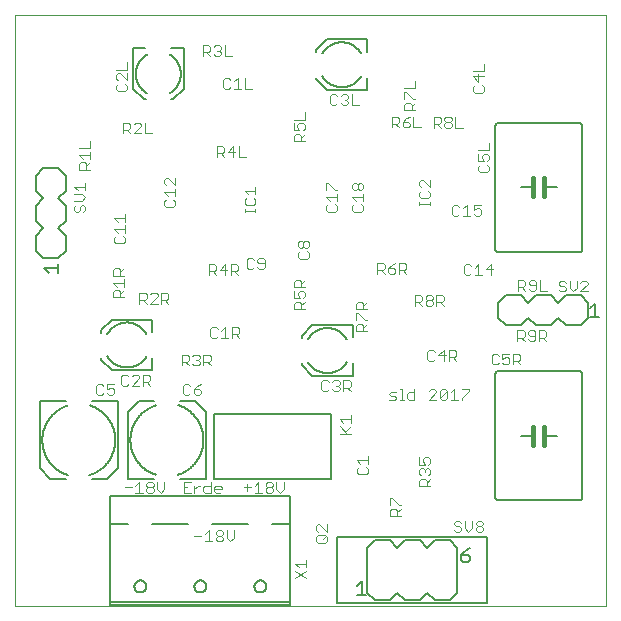
<source format=gto>
G75*
%MOIN*%
%OFA0B0*%
%FSLAX25Y25*%
%IPPOS*%
%LPD*%
%AMOC8*
5,1,8,0,0,1.08239X$1,22.5*
%
%ADD10C,0.00394*%
%ADD11C,0.00300*%
%ADD12C,0.00600*%
%ADD13C,0.00400*%
%ADD14C,0.00800*%
%ADD15C,0.01600*%
%ADD16C,0.00500*%
D10*
X0001800Y0001800D02*
X0001800Y0198650D01*
X0198650Y0198650D01*
X0198650Y0001800D01*
X0001800Y0001800D01*
D11*
X0038170Y0041172D02*
X0040597Y0041172D01*
X0041796Y0041778D02*
X0043009Y0042992D01*
X0043009Y0039352D01*
X0041796Y0039352D02*
X0044222Y0039352D01*
X0045421Y0039958D02*
X0045421Y0040565D01*
X0046027Y0041172D01*
X0047241Y0041172D01*
X0047847Y0040565D01*
X0047847Y0039958D01*
X0047241Y0039352D01*
X0046027Y0039352D01*
X0045421Y0039958D01*
X0046027Y0041172D02*
X0045421Y0041778D01*
X0045421Y0042385D01*
X0046027Y0042992D01*
X0047241Y0042992D01*
X0047847Y0042385D01*
X0047847Y0041778D01*
X0047241Y0041172D01*
X0049046Y0040565D02*
X0050259Y0039352D01*
X0051473Y0040565D01*
X0051473Y0042992D01*
X0049046Y0042992D02*
X0049046Y0040565D01*
X0057856Y0041172D02*
X0059069Y0041172D01*
X0060282Y0042992D02*
X0057856Y0042992D01*
X0057856Y0039352D01*
X0060282Y0039352D01*
X0061481Y0039352D02*
X0061481Y0041778D01*
X0061481Y0040565D02*
X0062694Y0041778D01*
X0063301Y0041778D01*
X0064502Y0041172D02*
X0064502Y0039958D01*
X0065108Y0039352D01*
X0066928Y0039352D01*
X0066928Y0042992D01*
X0066928Y0041778D02*
X0065108Y0041778D01*
X0064502Y0041172D01*
X0068127Y0041172D02*
X0068127Y0039958D01*
X0068733Y0039352D01*
X0069947Y0039352D01*
X0070553Y0040565D02*
X0068127Y0040565D01*
X0068127Y0041172D02*
X0068733Y0041778D01*
X0069947Y0041778D01*
X0070553Y0041172D01*
X0070553Y0040565D01*
X0077934Y0041172D02*
X0080361Y0041172D01*
X0081559Y0041778D02*
X0082773Y0042992D01*
X0082773Y0039352D01*
X0083986Y0039352D02*
X0081559Y0039352D01*
X0079148Y0039958D02*
X0079148Y0042385D01*
X0085185Y0042385D02*
X0085185Y0041778D01*
X0085791Y0041172D01*
X0087005Y0041172D01*
X0087611Y0040565D01*
X0087611Y0039958D01*
X0087005Y0039352D01*
X0085791Y0039352D01*
X0085185Y0039958D01*
X0085185Y0040565D01*
X0085791Y0041172D01*
X0087005Y0041172D02*
X0087611Y0041778D01*
X0087611Y0042385D01*
X0087005Y0042992D01*
X0085791Y0042992D01*
X0085185Y0042385D01*
X0088810Y0042992D02*
X0088810Y0040565D01*
X0090023Y0039352D01*
X0091236Y0040565D01*
X0091236Y0042992D01*
X0102534Y0028848D02*
X0101927Y0028242D01*
X0101927Y0027028D01*
X0102534Y0026422D01*
X0102534Y0025223D02*
X0104961Y0025223D01*
X0105567Y0024617D01*
X0105567Y0023403D01*
X0104961Y0022796D01*
X0102534Y0022796D01*
X0101927Y0023403D01*
X0101927Y0024617D01*
X0102534Y0025223D01*
X0104354Y0024010D02*
X0105567Y0025223D01*
X0105567Y0026422D02*
X0103141Y0028848D01*
X0102534Y0028848D01*
X0105567Y0028848D02*
X0105567Y0026422D01*
X0116195Y0045513D02*
X0118622Y0045513D01*
X0119229Y0046120D01*
X0119229Y0047333D01*
X0118622Y0047940D01*
X0119229Y0049138D02*
X0119229Y0051565D01*
X0119229Y0050351D02*
X0115589Y0050351D01*
X0116802Y0049138D01*
X0116195Y0047940D02*
X0115589Y0047333D01*
X0115589Y0046120D01*
X0116195Y0045513D01*
X0126612Y0037785D02*
X0126612Y0035359D01*
X0127219Y0034160D02*
X0126612Y0033554D01*
X0126612Y0031733D01*
X0130252Y0031733D01*
X0129039Y0031733D02*
X0129039Y0033554D01*
X0128432Y0034160D01*
X0127219Y0034160D01*
X0129039Y0032947D02*
X0130252Y0034160D01*
X0130252Y0035359D02*
X0129646Y0035359D01*
X0127219Y0037785D01*
X0126612Y0037785D01*
X0136455Y0041576D02*
X0136455Y0043396D01*
X0137061Y0044003D01*
X0138275Y0044003D01*
X0138882Y0043396D01*
X0138882Y0041576D01*
X0140095Y0041576D02*
X0136455Y0041576D01*
X0138882Y0042789D02*
X0140095Y0044003D01*
X0139488Y0045201D02*
X0140095Y0045808D01*
X0140095Y0047021D01*
X0139488Y0047628D01*
X0138882Y0047628D01*
X0138275Y0047021D01*
X0138275Y0046414D01*
X0138275Y0047021D02*
X0137668Y0047628D01*
X0137061Y0047628D01*
X0136455Y0047021D01*
X0136455Y0045808D01*
X0137061Y0045201D01*
X0136455Y0048826D02*
X0138275Y0048826D01*
X0137668Y0050040D01*
X0137668Y0050646D01*
X0138275Y0051253D01*
X0139488Y0051253D01*
X0140095Y0050646D01*
X0140095Y0049433D01*
X0139488Y0048826D01*
X0136455Y0048826D02*
X0136455Y0051253D01*
X0134828Y0070454D02*
X0133008Y0070454D01*
X0132401Y0071061D01*
X0132401Y0072274D01*
X0133008Y0072881D01*
X0134828Y0072881D01*
X0134828Y0074094D02*
X0134828Y0070454D01*
X0131198Y0070454D02*
X0129985Y0070454D01*
X0130591Y0070454D02*
X0130591Y0074094D01*
X0129985Y0074094D01*
X0128786Y0072881D02*
X0126966Y0072881D01*
X0126359Y0072274D01*
X0126966Y0071667D01*
X0128180Y0071667D01*
X0128786Y0071061D01*
X0128180Y0070454D01*
X0126359Y0070454D01*
X0113507Y0073289D02*
X0112294Y0074502D01*
X0112901Y0074502D02*
X0111081Y0074502D01*
X0109882Y0074502D02*
X0109882Y0073895D01*
X0109276Y0073289D01*
X0108062Y0073289D01*
X0107456Y0073895D01*
X0106257Y0073895D02*
X0105651Y0073289D01*
X0104437Y0073289D01*
X0103830Y0073895D01*
X0103830Y0076322D01*
X0104437Y0076929D01*
X0105651Y0076929D01*
X0106257Y0076322D01*
X0107456Y0076322D02*
X0108062Y0076929D01*
X0109276Y0076929D01*
X0109882Y0076322D01*
X0109882Y0075715D01*
X0109276Y0075109D01*
X0109882Y0074502D01*
X0109276Y0075109D02*
X0108669Y0075109D01*
X0111081Y0073289D02*
X0111081Y0076929D01*
X0112901Y0076929D01*
X0113507Y0076322D01*
X0113507Y0075109D01*
X0112901Y0074502D01*
X0113520Y0065220D02*
X0113520Y0062793D01*
X0113520Y0061595D02*
X0111700Y0059775D01*
X0112307Y0059168D02*
X0109880Y0061595D01*
X0111093Y0062793D02*
X0109880Y0064007D01*
X0113520Y0064007D01*
X0113520Y0059168D02*
X0109880Y0059168D01*
X0139652Y0070454D02*
X0142078Y0072881D01*
X0142078Y0073487D01*
X0141472Y0074094D01*
X0140258Y0074094D01*
X0139652Y0073487D01*
X0139652Y0070454D02*
X0142078Y0070454D01*
X0143277Y0071061D02*
X0143277Y0073487D01*
X0143883Y0074094D01*
X0145097Y0074094D01*
X0145703Y0073487D01*
X0143277Y0071061D01*
X0143883Y0070454D01*
X0145097Y0070454D01*
X0145703Y0071061D01*
X0145703Y0073487D01*
X0146902Y0072881D02*
X0148115Y0074094D01*
X0148115Y0070454D01*
X0146902Y0070454D02*
X0149329Y0070454D01*
X0150527Y0070454D02*
X0150527Y0071061D01*
X0152954Y0073487D01*
X0152954Y0074094D01*
X0150527Y0074094D01*
X0148803Y0083426D02*
X0147589Y0084640D01*
X0148196Y0084640D02*
X0146376Y0084640D01*
X0146376Y0083426D02*
X0146376Y0087066D01*
X0148196Y0087066D01*
X0148803Y0086460D01*
X0148803Y0085246D01*
X0148196Y0084640D01*
X0145178Y0085246D02*
X0142751Y0085246D01*
X0144571Y0087066D01*
X0144571Y0083426D01*
X0141552Y0084033D02*
X0140946Y0083426D01*
X0139732Y0083426D01*
X0139126Y0084033D01*
X0139126Y0086460D01*
X0139732Y0087066D01*
X0140946Y0087066D01*
X0141552Y0086460D01*
X0142133Y0101694D02*
X0142133Y0105334D01*
X0143953Y0105334D01*
X0144560Y0104728D01*
X0144560Y0103514D01*
X0143953Y0102907D01*
X0142133Y0102907D01*
X0140935Y0102907D02*
X0140935Y0102301D01*
X0140328Y0101694D01*
X0139115Y0101694D01*
X0138508Y0102301D01*
X0138508Y0102907D01*
X0139115Y0103514D01*
X0140328Y0103514D01*
X0140935Y0102907D01*
X0140328Y0103514D02*
X0140935Y0104121D01*
X0140935Y0104728D01*
X0140328Y0105334D01*
X0139115Y0105334D01*
X0138508Y0104728D01*
X0138508Y0104121D01*
X0139115Y0103514D01*
X0137310Y0103514D02*
X0137310Y0104728D01*
X0136703Y0105334D01*
X0134883Y0105334D01*
X0134883Y0101694D01*
X0134883Y0102907D02*
X0136703Y0102907D01*
X0137310Y0103514D01*
X0136096Y0102907D02*
X0137310Y0101694D01*
X0143347Y0102907D02*
X0144560Y0101694D01*
X0151887Y0112068D02*
X0153101Y0112068D01*
X0153707Y0112675D01*
X0154906Y0112068D02*
X0157333Y0112068D01*
X0156119Y0112068D02*
X0156119Y0115708D01*
X0154906Y0114495D01*
X0153707Y0115102D02*
X0153101Y0115708D01*
X0151887Y0115708D01*
X0151281Y0115102D01*
X0151281Y0112675D01*
X0151887Y0112068D01*
X0158531Y0113888D02*
X0160958Y0113888D01*
X0160351Y0112068D02*
X0160351Y0115708D01*
X0158531Y0113888D01*
X0169323Y0110334D02*
X0169323Y0106694D01*
X0169323Y0107907D02*
X0171143Y0107907D01*
X0171749Y0108514D01*
X0171749Y0109728D01*
X0171143Y0110334D01*
X0169323Y0110334D01*
X0170536Y0107907D02*
X0171749Y0106694D01*
X0172948Y0107301D02*
X0173554Y0106694D01*
X0174768Y0106694D01*
X0175374Y0107301D01*
X0175374Y0109728D01*
X0174768Y0110334D01*
X0173554Y0110334D01*
X0172948Y0109728D01*
X0172948Y0109121D01*
X0173554Y0108514D01*
X0175374Y0108514D01*
X0176573Y0106694D02*
X0179000Y0106694D01*
X0176573Y0106694D02*
X0176573Y0110334D01*
X0176346Y0093563D02*
X0178166Y0093563D01*
X0178773Y0092956D01*
X0178773Y0091742D01*
X0178166Y0091136D01*
X0176346Y0091136D01*
X0177559Y0091136D02*
X0178773Y0089922D01*
X0176346Y0089922D02*
X0176346Y0093563D01*
X0175148Y0092956D02*
X0174541Y0093563D01*
X0173327Y0093563D01*
X0172721Y0092956D01*
X0172721Y0092349D01*
X0173327Y0091742D01*
X0175148Y0091742D01*
X0175148Y0090529D02*
X0175148Y0092956D01*
X0175148Y0090529D02*
X0174541Y0089922D01*
X0173327Y0089922D01*
X0172721Y0090529D01*
X0171522Y0089922D02*
X0170309Y0091136D01*
X0170916Y0091136D02*
X0169096Y0091136D01*
X0169096Y0089922D02*
X0169096Y0093563D01*
X0170916Y0093563D01*
X0171522Y0092956D01*
X0171522Y0091742D01*
X0170916Y0091136D01*
X0156414Y0131753D02*
X0155201Y0131753D01*
X0154594Y0132360D01*
X0154594Y0133573D02*
X0155807Y0134180D01*
X0156414Y0134180D01*
X0157021Y0133573D01*
X0157021Y0132360D01*
X0156414Y0131753D01*
X0154594Y0133573D02*
X0154594Y0135393D01*
X0157021Y0135393D01*
X0153396Y0131753D02*
X0150969Y0131753D01*
X0152182Y0131753D02*
X0152182Y0135393D01*
X0150969Y0134180D01*
X0149770Y0134787D02*
X0149164Y0135393D01*
X0147950Y0135393D01*
X0147344Y0134787D01*
X0147344Y0132360D01*
X0147950Y0131753D01*
X0149164Y0131753D01*
X0149770Y0132360D01*
X0140103Y0135216D02*
X0140103Y0136429D01*
X0140103Y0135823D02*
X0136463Y0135823D01*
X0136463Y0136429D02*
X0136463Y0135216D01*
X0137069Y0137633D02*
X0136463Y0138239D01*
X0136463Y0139453D01*
X0137069Y0140060D01*
X0137069Y0141258D02*
X0136463Y0141865D01*
X0136463Y0143078D01*
X0137069Y0143685D01*
X0137676Y0143685D01*
X0140103Y0141258D01*
X0140103Y0143685D01*
X0139496Y0140060D02*
X0140103Y0139453D01*
X0140103Y0138239D01*
X0139496Y0137633D01*
X0137069Y0137633D01*
X0117674Y0137921D02*
X0114034Y0137921D01*
X0115247Y0136708D01*
X0114640Y0135509D02*
X0114034Y0134902D01*
X0114034Y0133689D01*
X0114640Y0133082D01*
X0117067Y0133082D01*
X0117674Y0133689D01*
X0117674Y0134902D01*
X0117067Y0135509D01*
X0117674Y0136708D02*
X0117674Y0139134D01*
X0117067Y0140333D02*
X0116460Y0140333D01*
X0115854Y0140939D01*
X0115854Y0142153D01*
X0116460Y0142759D01*
X0117067Y0142759D01*
X0117674Y0142153D01*
X0117674Y0140939D01*
X0117067Y0140333D01*
X0115854Y0140939D02*
X0115247Y0140333D01*
X0114640Y0140333D01*
X0114034Y0140939D01*
X0114034Y0142153D01*
X0114640Y0142759D01*
X0115247Y0142759D01*
X0115854Y0142153D01*
X0109012Y0140333D02*
X0108406Y0140333D01*
X0105979Y0142759D01*
X0105372Y0142759D01*
X0105372Y0140333D01*
X0105372Y0137921D02*
X0109012Y0137921D01*
X0109012Y0136708D02*
X0109012Y0139134D01*
X0106585Y0136708D02*
X0105372Y0137921D01*
X0105979Y0135509D02*
X0105372Y0134902D01*
X0105372Y0133689D01*
X0105979Y0133082D01*
X0108406Y0133082D01*
X0109012Y0133689D01*
X0109012Y0134902D01*
X0108406Y0135509D01*
X0098996Y0123468D02*
X0098389Y0123468D01*
X0097783Y0122861D01*
X0097783Y0121648D01*
X0097176Y0121041D01*
X0096569Y0121041D01*
X0095963Y0121648D01*
X0095963Y0122861D01*
X0096569Y0123468D01*
X0097176Y0123468D01*
X0097783Y0122861D01*
X0097783Y0121648D02*
X0098389Y0121041D01*
X0098996Y0121041D01*
X0099603Y0121648D01*
X0099603Y0122861D01*
X0098996Y0123468D01*
X0098996Y0119843D02*
X0099603Y0119236D01*
X0099603Y0118023D01*
X0098996Y0117416D01*
X0096569Y0117416D01*
X0095963Y0118023D01*
X0095963Y0119236D01*
X0096569Y0119843D01*
X0096543Y0110308D02*
X0095329Y0110308D01*
X0094722Y0109701D01*
X0094722Y0107881D01*
X0098363Y0107881D01*
X0097149Y0107881D02*
X0097149Y0109701D01*
X0096543Y0110308D01*
X0097149Y0109095D02*
X0098363Y0110308D01*
X0097756Y0106683D02*
X0098363Y0106076D01*
X0098363Y0104863D01*
X0097756Y0104256D01*
X0096543Y0104256D02*
X0095936Y0105470D01*
X0095936Y0106076D01*
X0096543Y0106683D01*
X0097756Y0106683D01*
X0096543Y0104256D02*
X0094722Y0104256D01*
X0094722Y0106683D01*
X0095329Y0103058D02*
X0096543Y0103058D01*
X0097149Y0102451D01*
X0097149Y0100631D01*
X0097149Y0101844D02*
X0098363Y0103058D01*
X0098363Y0100631D02*
X0094722Y0100631D01*
X0094722Y0102451D01*
X0095329Y0103058D01*
X0084285Y0114037D02*
X0084892Y0114643D01*
X0084892Y0117070D01*
X0084285Y0117677D01*
X0083072Y0117677D01*
X0082465Y0117070D01*
X0082465Y0116463D01*
X0083072Y0115857D01*
X0084892Y0115857D01*
X0084285Y0114037D02*
X0083072Y0114037D01*
X0082465Y0114643D01*
X0081266Y0114643D02*
X0080660Y0114037D01*
X0079446Y0114037D01*
X0078840Y0114643D01*
X0078840Y0117070D01*
X0079446Y0117677D01*
X0080660Y0117677D01*
X0081266Y0117070D01*
X0076017Y0115003D02*
X0076017Y0113790D01*
X0075410Y0113183D01*
X0073590Y0113183D01*
X0073590Y0111970D02*
X0073590Y0115610D01*
X0075410Y0115610D01*
X0076017Y0115003D01*
X0074803Y0113183D02*
X0076017Y0111970D01*
X0072392Y0113790D02*
X0069965Y0113790D01*
X0071785Y0115610D01*
X0071785Y0111970D01*
X0068766Y0111970D02*
X0067553Y0113183D01*
X0068160Y0113183D02*
X0066340Y0113183D01*
X0066340Y0111970D02*
X0066340Y0115610D01*
X0068160Y0115610D01*
X0068766Y0115003D01*
X0068766Y0113790D01*
X0068160Y0113183D01*
X0052828Y0105515D02*
X0052828Y0104302D01*
X0052221Y0103695D01*
X0050401Y0103695D01*
X0051614Y0103695D02*
X0052828Y0102481D01*
X0050401Y0102481D02*
X0050401Y0106122D01*
X0052221Y0106122D01*
X0052828Y0105515D01*
X0049203Y0105515D02*
X0048596Y0106122D01*
X0047383Y0106122D01*
X0046776Y0105515D01*
X0045578Y0105515D02*
X0045578Y0104302D01*
X0044971Y0103695D01*
X0043151Y0103695D01*
X0044364Y0103695D02*
X0045578Y0102481D01*
X0046776Y0102481D02*
X0049203Y0104908D01*
X0049203Y0105515D01*
X0049203Y0102481D02*
X0046776Y0102481D01*
X0045578Y0105515D02*
X0044971Y0106122D01*
X0043151Y0106122D01*
X0043151Y0102481D01*
X0038048Y0104519D02*
X0034408Y0104519D01*
X0034408Y0106340D01*
X0035014Y0106946D01*
X0036228Y0106946D01*
X0036834Y0106340D01*
X0036834Y0104519D01*
X0036834Y0105733D02*
X0038048Y0106946D01*
X0038048Y0108145D02*
X0038048Y0110571D01*
X0038048Y0111770D02*
X0034408Y0111770D01*
X0034408Y0113590D01*
X0035014Y0114196D01*
X0036228Y0114196D01*
X0036834Y0113590D01*
X0036834Y0111770D01*
X0036834Y0112983D02*
X0038048Y0114196D01*
X0038048Y0109358D02*
X0034408Y0109358D01*
X0035621Y0108145D01*
X0035231Y0122531D02*
X0037657Y0122531D01*
X0038264Y0123138D01*
X0038264Y0124351D01*
X0037657Y0124958D01*
X0038264Y0126156D02*
X0038264Y0128583D01*
X0038264Y0129782D02*
X0038264Y0132208D01*
X0038264Y0130995D02*
X0034624Y0130995D01*
X0035837Y0129782D01*
X0034624Y0127370D02*
X0038264Y0127370D01*
X0035837Y0126156D02*
X0034624Y0127370D01*
X0035231Y0124958D02*
X0034624Y0124351D01*
X0034624Y0123138D01*
X0035231Y0122531D01*
X0051317Y0135343D02*
X0051924Y0134736D01*
X0054350Y0134736D01*
X0054957Y0135343D01*
X0054957Y0136556D01*
X0054350Y0137163D01*
X0054957Y0138361D02*
X0054957Y0140788D01*
X0054957Y0141986D02*
X0052530Y0144413D01*
X0051924Y0144413D01*
X0051317Y0143806D01*
X0051317Y0142593D01*
X0051924Y0141986D01*
X0051317Y0139574D02*
X0054957Y0139574D01*
X0054957Y0141986D02*
X0054957Y0144413D01*
X0051317Y0139574D02*
X0052530Y0138361D01*
X0051924Y0137163D02*
X0051317Y0136556D01*
X0051317Y0135343D01*
X0068978Y0151340D02*
X0068978Y0154980D01*
X0070798Y0154980D01*
X0071404Y0154373D01*
X0071404Y0153160D01*
X0070798Y0152553D01*
X0068978Y0152553D01*
X0070191Y0152553D02*
X0071404Y0151340D01*
X0072603Y0153160D02*
X0075029Y0153160D01*
X0074423Y0151340D02*
X0074423Y0154980D01*
X0072603Y0153160D01*
X0076228Y0154980D02*
X0076228Y0151340D01*
X0078655Y0151340D01*
X0081835Y0141322D02*
X0081835Y0138896D01*
X0081835Y0140109D02*
X0078195Y0140109D01*
X0079408Y0138896D01*
X0078802Y0137697D02*
X0078195Y0137091D01*
X0078195Y0135877D01*
X0078802Y0135271D01*
X0081228Y0135271D01*
X0081835Y0135877D01*
X0081835Y0137091D01*
X0081228Y0137697D01*
X0081835Y0134067D02*
X0081835Y0132854D01*
X0081835Y0133460D02*
X0078195Y0133460D01*
X0078195Y0132854D02*
X0078195Y0134067D01*
X0094604Y0156567D02*
X0094604Y0158387D01*
X0095211Y0158993D01*
X0096424Y0158993D01*
X0097031Y0158387D01*
X0097031Y0156567D01*
X0097031Y0157780D02*
X0098244Y0158993D01*
X0097638Y0160192D02*
X0098244Y0160799D01*
X0098244Y0162012D01*
X0097638Y0162619D01*
X0096424Y0162619D01*
X0095818Y0162012D01*
X0095818Y0161405D01*
X0096424Y0160192D01*
X0094604Y0160192D01*
X0094604Y0162619D01*
X0094604Y0163817D02*
X0098244Y0163817D01*
X0098244Y0166244D01*
X0098244Y0156567D02*
X0094604Y0156567D01*
X0106665Y0169171D02*
X0107272Y0168564D01*
X0108485Y0168564D01*
X0109092Y0169171D01*
X0110290Y0169171D02*
X0110897Y0168564D01*
X0112110Y0168564D01*
X0112717Y0169171D01*
X0112717Y0169778D01*
X0112110Y0170384D01*
X0111504Y0170384D01*
X0112110Y0170384D02*
X0112717Y0170991D01*
X0112717Y0171598D01*
X0112110Y0172204D01*
X0110897Y0172204D01*
X0110290Y0171598D01*
X0109092Y0171598D02*
X0108485Y0172204D01*
X0107272Y0172204D01*
X0106665Y0171598D01*
X0106665Y0169171D01*
X0113915Y0168564D02*
X0116342Y0168564D01*
X0113915Y0168564D02*
X0113915Y0172204D01*
X0127245Y0164822D02*
X0127245Y0161182D01*
X0127245Y0162396D02*
X0129065Y0162396D01*
X0129672Y0163002D01*
X0129672Y0164216D01*
X0129065Y0164822D01*
X0127245Y0164822D01*
X0128459Y0162396D02*
X0129672Y0161182D01*
X0130870Y0161789D02*
X0130870Y0163002D01*
X0132690Y0163002D01*
X0133297Y0162396D01*
X0133297Y0161789D01*
X0132690Y0161182D01*
X0131477Y0161182D01*
X0130870Y0161789D01*
X0130870Y0163002D02*
X0132084Y0164216D01*
X0133297Y0164822D01*
X0134496Y0164822D02*
X0134496Y0161182D01*
X0136922Y0161182D01*
X0141182Y0161143D02*
X0141182Y0164783D01*
X0143002Y0164783D01*
X0143609Y0164176D01*
X0143609Y0162963D01*
X0143002Y0162356D01*
X0141182Y0162356D01*
X0142396Y0162356D02*
X0143609Y0161143D01*
X0144807Y0161750D02*
X0144807Y0162356D01*
X0145414Y0162963D01*
X0146627Y0162963D01*
X0147234Y0162356D01*
X0147234Y0161750D01*
X0146627Y0161143D01*
X0145414Y0161143D01*
X0144807Y0161750D01*
X0145414Y0162963D02*
X0144807Y0163570D01*
X0144807Y0164176D01*
X0145414Y0164783D01*
X0146627Y0164783D01*
X0147234Y0164176D01*
X0147234Y0163570D01*
X0146627Y0162963D01*
X0148433Y0164783D02*
X0148433Y0161143D01*
X0150859Y0161143D01*
X0154896Y0172796D02*
X0154289Y0173403D01*
X0154289Y0174617D01*
X0154896Y0175223D01*
X0156109Y0176422D02*
X0154289Y0178242D01*
X0157930Y0178242D01*
X0157930Y0180047D02*
X0157930Y0182473D01*
X0157930Y0180047D02*
X0154289Y0180047D01*
X0156109Y0178848D02*
X0156109Y0176422D01*
X0157323Y0175223D02*
X0157930Y0174617D01*
X0157930Y0173403D01*
X0157323Y0172796D01*
X0154896Y0172796D01*
X0135095Y0174211D02*
X0135095Y0176637D01*
X0135095Y0174211D02*
X0131455Y0174211D01*
X0131455Y0173012D02*
X0132061Y0173012D01*
X0134488Y0170586D01*
X0135095Y0170586D01*
X0135095Y0169387D02*
X0133882Y0168174D01*
X0133882Y0168780D02*
X0133882Y0166960D01*
X0135095Y0166960D02*
X0131455Y0166960D01*
X0131455Y0168780D01*
X0132061Y0169387D01*
X0133275Y0169387D01*
X0133882Y0168780D01*
X0131455Y0170586D02*
X0131455Y0173012D01*
X0080712Y0174076D02*
X0078285Y0174076D01*
X0078285Y0177716D01*
X0075874Y0177716D02*
X0075874Y0174076D01*
X0077087Y0174076D02*
X0074660Y0174076D01*
X0073462Y0174683D02*
X0072855Y0174076D01*
X0071642Y0174076D01*
X0071035Y0174683D01*
X0071035Y0177109D01*
X0071642Y0177716D01*
X0072855Y0177716D01*
X0073462Y0177109D01*
X0074660Y0176503D02*
X0075874Y0177716D01*
X0073930Y0185001D02*
X0071503Y0185001D01*
X0071503Y0188641D01*
X0070305Y0188035D02*
X0070305Y0187428D01*
X0069698Y0186821D01*
X0070305Y0186215D01*
X0070305Y0185608D01*
X0069698Y0185001D01*
X0068485Y0185001D01*
X0067878Y0185608D01*
X0066680Y0185001D02*
X0065467Y0186215D01*
X0066073Y0186215D02*
X0064253Y0186215D01*
X0064253Y0185001D02*
X0064253Y0188641D01*
X0066073Y0188641D01*
X0066680Y0188035D01*
X0066680Y0186821D01*
X0066073Y0186215D01*
X0067878Y0188035D02*
X0068485Y0188641D01*
X0069698Y0188641D01*
X0070305Y0188035D01*
X0069698Y0186821D02*
X0069092Y0186821D01*
X0044889Y0162815D02*
X0044889Y0159174D01*
X0047316Y0159174D01*
X0043691Y0159174D02*
X0041264Y0159174D01*
X0043691Y0161601D01*
X0043691Y0162208D01*
X0043084Y0162815D01*
X0041871Y0162815D01*
X0041264Y0162208D01*
X0040066Y0162208D02*
X0039459Y0162815D01*
X0037639Y0162815D01*
X0037639Y0159174D01*
X0037639Y0160388D02*
X0039459Y0160388D01*
X0040066Y0160994D01*
X0040066Y0162208D01*
X0038852Y0160388D02*
X0040066Y0159174D01*
X0026709Y0156765D02*
X0026709Y0154338D01*
X0023069Y0154338D01*
X0023069Y0151926D02*
X0026709Y0151926D01*
X0026709Y0150713D02*
X0026709Y0153140D01*
X0024282Y0150713D02*
X0023069Y0151926D01*
X0023676Y0149515D02*
X0024889Y0149515D01*
X0025496Y0148908D01*
X0025496Y0147088D01*
X0026709Y0147088D02*
X0023069Y0147088D01*
X0023069Y0148908D01*
X0023676Y0149515D01*
X0025496Y0148301D02*
X0026709Y0149515D01*
X0035939Y0173240D02*
X0038366Y0173240D01*
X0038973Y0173847D01*
X0038973Y0175060D01*
X0038366Y0175667D01*
X0038973Y0176865D02*
X0036546Y0179292D01*
X0035939Y0179292D01*
X0035333Y0178685D01*
X0035333Y0177472D01*
X0035939Y0176865D01*
X0035939Y0175667D02*
X0035333Y0175060D01*
X0035333Y0173847D01*
X0035939Y0173240D01*
X0038973Y0176865D02*
X0038973Y0179292D01*
X0038973Y0180490D02*
X0038973Y0182917D01*
X0038973Y0180490D02*
X0035333Y0180490D01*
X0115352Y0102339D02*
X0115352Y0100519D01*
X0118993Y0100519D01*
X0117779Y0100519D02*
X0117779Y0102339D01*
X0117172Y0102946D01*
X0115959Y0102946D01*
X0115352Y0102339D01*
X0117779Y0101733D02*
X0118993Y0102946D01*
X0115959Y0099321D02*
X0118386Y0096894D01*
X0118993Y0096894D01*
X0118993Y0095696D02*
X0117779Y0094482D01*
X0117779Y0095089D02*
X0117779Y0093269D01*
X0118993Y0093269D02*
X0115352Y0093269D01*
X0115352Y0095089D01*
X0115959Y0095696D01*
X0117172Y0095696D01*
X0117779Y0095089D01*
X0115352Y0096894D02*
X0115352Y0099321D01*
X0115959Y0099321D01*
X0122442Y0112363D02*
X0122442Y0116003D01*
X0124262Y0116003D01*
X0124869Y0115397D01*
X0124869Y0114183D01*
X0124262Y0113577D01*
X0122442Y0113577D01*
X0123655Y0113577D02*
X0124869Y0112363D01*
X0126067Y0112970D02*
X0126674Y0112363D01*
X0127887Y0112363D01*
X0128494Y0112970D01*
X0128494Y0113577D01*
X0127887Y0114183D01*
X0126067Y0114183D01*
X0126067Y0112970D01*
X0126067Y0114183D02*
X0127281Y0115397D01*
X0128494Y0116003D01*
X0129692Y0116003D02*
X0129692Y0112363D01*
X0129692Y0113577D02*
X0131512Y0113577D01*
X0132119Y0114183D01*
X0132119Y0115397D01*
X0131512Y0116003D01*
X0129692Y0116003D01*
X0130906Y0113577D02*
X0132119Y0112363D01*
X0076460Y0094039D02*
X0076460Y0092825D01*
X0075854Y0092218D01*
X0074034Y0092218D01*
X0075247Y0092218D02*
X0076460Y0091005D01*
X0076460Y0094039D02*
X0075854Y0094645D01*
X0074034Y0094645D01*
X0074034Y0091005D01*
X0072835Y0091005D02*
X0070408Y0091005D01*
X0071622Y0091005D02*
X0071622Y0094645D01*
X0070408Y0093432D01*
X0069210Y0094039D02*
X0068603Y0094645D01*
X0067390Y0094645D01*
X0066783Y0094039D01*
X0066783Y0091612D01*
X0067390Y0091005D01*
X0068603Y0091005D01*
X0069210Y0091612D01*
X0066276Y0085492D02*
X0066883Y0084885D01*
X0066883Y0083672D01*
X0066276Y0083065D01*
X0064456Y0083065D01*
X0063258Y0083065D02*
X0063258Y0082458D01*
X0062651Y0081852D01*
X0061438Y0081852D01*
X0060831Y0082458D01*
X0059633Y0081852D02*
X0058419Y0083065D01*
X0059026Y0083065D02*
X0057206Y0083065D01*
X0057206Y0081852D02*
X0057206Y0085492D01*
X0059026Y0085492D01*
X0059633Y0084885D01*
X0059633Y0083672D01*
X0059026Y0083065D01*
X0060831Y0084885D02*
X0061438Y0085492D01*
X0062651Y0085492D01*
X0063258Y0084885D01*
X0063258Y0084278D01*
X0062651Y0083672D01*
X0063258Y0083065D01*
X0062651Y0083672D02*
X0062044Y0083672D01*
X0064456Y0081852D02*
X0064456Y0085492D01*
X0066276Y0085492D01*
X0065670Y0083065D02*
X0066883Y0081852D01*
X0063671Y0075669D02*
X0062458Y0075062D01*
X0061244Y0073849D01*
X0063064Y0073849D01*
X0063671Y0073242D01*
X0063671Y0072635D01*
X0063064Y0072029D01*
X0061851Y0072029D01*
X0061244Y0072635D01*
X0061244Y0073849D01*
X0060046Y0075062D02*
X0059439Y0075669D01*
X0058226Y0075669D01*
X0057619Y0075062D01*
X0057619Y0072635D01*
X0058226Y0072029D01*
X0059439Y0072029D01*
X0060046Y0072635D01*
X0046736Y0075139D02*
X0045522Y0076352D01*
X0046129Y0076352D02*
X0044309Y0076352D01*
X0044309Y0075139D02*
X0044309Y0078779D01*
X0046129Y0078779D01*
X0046736Y0078172D01*
X0046736Y0076959D01*
X0046129Y0076352D01*
X0043111Y0075139D02*
X0040684Y0075139D01*
X0043111Y0077566D01*
X0043111Y0078172D01*
X0042504Y0078779D01*
X0041291Y0078779D01*
X0040684Y0078172D01*
X0039486Y0078172D02*
X0038879Y0078779D01*
X0037666Y0078779D01*
X0037059Y0078172D01*
X0037059Y0075746D01*
X0037666Y0075139D01*
X0038879Y0075139D01*
X0039486Y0075746D01*
X0034774Y0075669D02*
X0032347Y0075669D01*
X0032347Y0073849D01*
X0033560Y0074455D01*
X0034167Y0074455D01*
X0034774Y0073849D01*
X0034774Y0072635D01*
X0034167Y0072029D01*
X0032953Y0072029D01*
X0032347Y0072635D01*
X0031148Y0072635D02*
X0030542Y0072029D01*
X0029328Y0072029D01*
X0028722Y0072635D01*
X0028722Y0075062D01*
X0029328Y0075669D01*
X0030542Y0075669D01*
X0031148Y0075062D01*
X0066237Y0026850D02*
X0066237Y0023210D01*
X0065024Y0023210D02*
X0067451Y0023210D01*
X0068649Y0023817D02*
X0068649Y0024423D01*
X0069256Y0025030D01*
X0070469Y0025030D01*
X0071076Y0024423D01*
X0071076Y0023817D01*
X0070469Y0023210D01*
X0069256Y0023210D01*
X0068649Y0023817D01*
X0069256Y0025030D02*
X0068649Y0025637D01*
X0068649Y0026243D01*
X0069256Y0026850D01*
X0070469Y0026850D01*
X0071076Y0026243D01*
X0071076Y0025637D01*
X0070469Y0025030D01*
X0072274Y0024423D02*
X0073488Y0023210D01*
X0074701Y0024423D01*
X0074701Y0026850D01*
X0072274Y0026850D02*
X0072274Y0024423D01*
X0066237Y0026850D02*
X0065024Y0025637D01*
X0063826Y0025030D02*
X0061399Y0025030D01*
D12*
X0059454Y0028938D02*
X0047454Y0028938D01*
X0039454Y0028938D02*
X0033454Y0028938D01*
X0033454Y0002938D01*
X0033454Y0001938D01*
X0093454Y0001938D01*
X0093454Y0002938D01*
X0033454Y0002938D01*
X0041454Y0008238D02*
X0041456Y0008327D01*
X0041462Y0008416D01*
X0041472Y0008505D01*
X0041486Y0008593D01*
X0041503Y0008680D01*
X0041525Y0008766D01*
X0041551Y0008852D01*
X0041580Y0008936D01*
X0041613Y0009019D01*
X0041649Y0009100D01*
X0041690Y0009180D01*
X0041733Y0009257D01*
X0041780Y0009333D01*
X0041831Y0009406D01*
X0041884Y0009477D01*
X0041941Y0009546D01*
X0042001Y0009612D01*
X0042064Y0009676D01*
X0042129Y0009736D01*
X0042197Y0009794D01*
X0042268Y0009848D01*
X0042341Y0009899D01*
X0042416Y0009947D01*
X0042493Y0009992D01*
X0042572Y0010033D01*
X0042653Y0010070D01*
X0042735Y0010104D01*
X0042819Y0010135D01*
X0042904Y0010161D01*
X0042990Y0010184D01*
X0043077Y0010202D01*
X0043165Y0010217D01*
X0043254Y0010228D01*
X0043343Y0010235D01*
X0043432Y0010238D01*
X0043521Y0010237D01*
X0043610Y0010232D01*
X0043698Y0010223D01*
X0043787Y0010210D01*
X0043874Y0010193D01*
X0043961Y0010173D01*
X0044047Y0010148D01*
X0044131Y0010120D01*
X0044214Y0010088D01*
X0044296Y0010052D01*
X0044376Y0010013D01*
X0044454Y0009970D01*
X0044530Y0009924D01*
X0044604Y0009874D01*
X0044676Y0009821D01*
X0044745Y0009765D01*
X0044812Y0009706D01*
X0044876Y0009644D01*
X0044937Y0009580D01*
X0044996Y0009512D01*
X0045051Y0009442D01*
X0045103Y0009370D01*
X0045152Y0009295D01*
X0045197Y0009219D01*
X0045239Y0009140D01*
X0045277Y0009060D01*
X0045312Y0008978D01*
X0045343Y0008894D01*
X0045371Y0008809D01*
X0045394Y0008723D01*
X0045414Y0008636D01*
X0045430Y0008549D01*
X0045442Y0008460D01*
X0045450Y0008372D01*
X0045454Y0008283D01*
X0045454Y0008193D01*
X0045450Y0008104D01*
X0045442Y0008016D01*
X0045430Y0007927D01*
X0045414Y0007840D01*
X0045394Y0007753D01*
X0045371Y0007667D01*
X0045343Y0007582D01*
X0045312Y0007498D01*
X0045277Y0007416D01*
X0045239Y0007336D01*
X0045197Y0007257D01*
X0045152Y0007181D01*
X0045103Y0007106D01*
X0045051Y0007034D01*
X0044996Y0006964D01*
X0044937Y0006896D01*
X0044876Y0006832D01*
X0044812Y0006770D01*
X0044745Y0006711D01*
X0044676Y0006655D01*
X0044604Y0006602D01*
X0044530Y0006552D01*
X0044454Y0006506D01*
X0044376Y0006463D01*
X0044296Y0006424D01*
X0044214Y0006388D01*
X0044131Y0006356D01*
X0044047Y0006328D01*
X0043961Y0006303D01*
X0043874Y0006283D01*
X0043787Y0006266D01*
X0043698Y0006253D01*
X0043610Y0006244D01*
X0043521Y0006239D01*
X0043432Y0006238D01*
X0043343Y0006241D01*
X0043254Y0006248D01*
X0043165Y0006259D01*
X0043077Y0006274D01*
X0042990Y0006292D01*
X0042904Y0006315D01*
X0042819Y0006341D01*
X0042735Y0006372D01*
X0042653Y0006406D01*
X0042572Y0006443D01*
X0042493Y0006484D01*
X0042416Y0006529D01*
X0042341Y0006577D01*
X0042268Y0006628D01*
X0042197Y0006682D01*
X0042129Y0006740D01*
X0042064Y0006800D01*
X0042001Y0006864D01*
X0041941Y0006930D01*
X0041884Y0006999D01*
X0041831Y0007070D01*
X0041780Y0007143D01*
X0041733Y0007219D01*
X0041690Y0007296D01*
X0041649Y0007376D01*
X0041613Y0007457D01*
X0041580Y0007540D01*
X0041551Y0007624D01*
X0041525Y0007710D01*
X0041503Y0007796D01*
X0041486Y0007883D01*
X0041472Y0007971D01*
X0041462Y0008060D01*
X0041456Y0008149D01*
X0041454Y0008238D01*
X0033454Y0028938D02*
X0033454Y0038438D01*
X0093454Y0038438D01*
X0093454Y0028938D01*
X0087454Y0028938D01*
X0093454Y0028938D02*
X0093454Y0002938D01*
X0081454Y0008238D02*
X0081456Y0008327D01*
X0081462Y0008416D01*
X0081472Y0008505D01*
X0081486Y0008593D01*
X0081503Y0008680D01*
X0081525Y0008766D01*
X0081551Y0008852D01*
X0081580Y0008936D01*
X0081613Y0009019D01*
X0081649Y0009100D01*
X0081690Y0009180D01*
X0081733Y0009257D01*
X0081780Y0009333D01*
X0081831Y0009406D01*
X0081884Y0009477D01*
X0081941Y0009546D01*
X0082001Y0009612D01*
X0082064Y0009676D01*
X0082129Y0009736D01*
X0082197Y0009794D01*
X0082268Y0009848D01*
X0082341Y0009899D01*
X0082416Y0009947D01*
X0082493Y0009992D01*
X0082572Y0010033D01*
X0082653Y0010070D01*
X0082735Y0010104D01*
X0082819Y0010135D01*
X0082904Y0010161D01*
X0082990Y0010184D01*
X0083077Y0010202D01*
X0083165Y0010217D01*
X0083254Y0010228D01*
X0083343Y0010235D01*
X0083432Y0010238D01*
X0083521Y0010237D01*
X0083610Y0010232D01*
X0083698Y0010223D01*
X0083787Y0010210D01*
X0083874Y0010193D01*
X0083961Y0010173D01*
X0084047Y0010148D01*
X0084131Y0010120D01*
X0084214Y0010088D01*
X0084296Y0010052D01*
X0084376Y0010013D01*
X0084454Y0009970D01*
X0084530Y0009924D01*
X0084604Y0009874D01*
X0084676Y0009821D01*
X0084745Y0009765D01*
X0084812Y0009706D01*
X0084876Y0009644D01*
X0084937Y0009580D01*
X0084996Y0009512D01*
X0085051Y0009442D01*
X0085103Y0009370D01*
X0085152Y0009295D01*
X0085197Y0009219D01*
X0085239Y0009140D01*
X0085277Y0009060D01*
X0085312Y0008978D01*
X0085343Y0008894D01*
X0085371Y0008809D01*
X0085394Y0008723D01*
X0085414Y0008636D01*
X0085430Y0008549D01*
X0085442Y0008460D01*
X0085450Y0008372D01*
X0085454Y0008283D01*
X0085454Y0008193D01*
X0085450Y0008104D01*
X0085442Y0008016D01*
X0085430Y0007927D01*
X0085414Y0007840D01*
X0085394Y0007753D01*
X0085371Y0007667D01*
X0085343Y0007582D01*
X0085312Y0007498D01*
X0085277Y0007416D01*
X0085239Y0007336D01*
X0085197Y0007257D01*
X0085152Y0007181D01*
X0085103Y0007106D01*
X0085051Y0007034D01*
X0084996Y0006964D01*
X0084937Y0006896D01*
X0084876Y0006832D01*
X0084812Y0006770D01*
X0084745Y0006711D01*
X0084676Y0006655D01*
X0084604Y0006602D01*
X0084530Y0006552D01*
X0084454Y0006506D01*
X0084376Y0006463D01*
X0084296Y0006424D01*
X0084214Y0006388D01*
X0084131Y0006356D01*
X0084047Y0006328D01*
X0083961Y0006303D01*
X0083874Y0006283D01*
X0083787Y0006266D01*
X0083698Y0006253D01*
X0083610Y0006244D01*
X0083521Y0006239D01*
X0083432Y0006238D01*
X0083343Y0006241D01*
X0083254Y0006248D01*
X0083165Y0006259D01*
X0083077Y0006274D01*
X0082990Y0006292D01*
X0082904Y0006315D01*
X0082819Y0006341D01*
X0082735Y0006372D01*
X0082653Y0006406D01*
X0082572Y0006443D01*
X0082493Y0006484D01*
X0082416Y0006529D01*
X0082341Y0006577D01*
X0082268Y0006628D01*
X0082197Y0006682D01*
X0082129Y0006740D01*
X0082064Y0006800D01*
X0082001Y0006864D01*
X0081941Y0006930D01*
X0081884Y0006999D01*
X0081831Y0007070D01*
X0081780Y0007143D01*
X0081733Y0007219D01*
X0081690Y0007296D01*
X0081649Y0007376D01*
X0081613Y0007457D01*
X0081580Y0007540D01*
X0081551Y0007624D01*
X0081525Y0007710D01*
X0081503Y0007796D01*
X0081486Y0007883D01*
X0081472Y0007971D01*
X0081462Y0008060D01*
X0081456Y0008149D01*
X0081454Y0008238D01*
X0061454Y0008238D02*
X0061456Y0008327D01*
X0061462Y0008416D01*
X0061472Y0008505D01*
X0061486Y0008593D01*
X0061503Y0008680D01*
X0061525Y0008766D01*
X0061551Y0008852D01*
X0061580Y0008936D01*
X0061613Y0009019D01*
X0061649Y0009100D01*
X0061690Y0009180D01*
X0061733Y0009257D01*
X0061780Y0009333D01*
X0061831Y0009406D01*
X0061884Y0009477D01*
X0061941Y0009546D01*
X0062001Y0009612D01*
X0062064Y0009676D01*
X0062129Y0009736D01*
X0062197Y0009794D01*
X0062268Y0009848D01*
X0062341Y0009899D01*
X0062416Y0009947D01*
X0062493Y0009992D01*
X0062572Y0010033D01*
X0062653Y0010070D01*
X0062735Y0010104D01*
X0062819Y0010135D01*
X0062904Y0010161D01*
X0062990Y0010184D01*
X0063077Y0010202D01*
X0063165Y0010217D01*
X0063254Y0010228D01*
X0063343Y0010235D01*
X0063432Y0010238D01*
X0063521Y0010237D01*
X0063610Y0010232D01*
X0063698Y0010223D01*
X0063787Y0010210D01*
X0063874Y0010193D01*
X0063961Y0010173D01*
X0064047Y0010148D01*
X0064131Y0010120D01*
X0064214Y0010088D01*
X0064296Y0010052D01*
X0064376Y0010013D01*
X0064454Y0009970D01*
X0064530Y0009924D01*
X0064604Y0009874D01*
X0064676Y0009821D01*
X0064745Y0009765D01*
X0064812Y0009706D01*
X0064876Y0009644D01*
X0064937Y0009580D01*
X0064996Y0009512D01*
X0065051Y0009442D01*
X0065103Y0009370D01*
X0065152Y0009295D01*
X0065197Y0009219D01*
X0065239Y0009140D01*
X0065277Y0009060D01*
X0065312Y0008978D01*
X0065343Y0008894D01*
X0065371Y0008809D01*
X0065394Y0008723D01*
X0065414Y0008636D01*
X0065430Y0008549D01*
X0065442Y0008460D01*
X0065450Y0008372D01*
X0065454Y0008283D01*
X0065454Y0008193D01*
X0065450Y0008104D01*
X0065442Y0008016D01*
X0065430Y0007927D01*
X0065414Y0007840D01*
X0065394Y0007753D01*
X0065371Y0007667D01*
X0065343Y0007582D01*
X0065312Y0007498D01*
X0065277Y0007416D01*
X0065239Y0007336D01*
X0065197Y0007257D01*
X0065152Y0007181D01*
X0065103Y0007106D01*
X0065051Y0007034D01*
X0064996Y0006964D01*
X0064937Y0006896D01*
X0064876Y0006832D01*
X0064812Y0006770D01*
X0064745Y0006711D01*
X0064676Y0006655D01*
X0064604Y0006602D01*
X0064530Y0006552D01*
X0064454Y0006506D01*
X0064376Y0006463D01*
X0064296Y0006424D01*
X0064214Y0006388D01*
X0064131Y0006356D01*
X0064047Y0006328D01*
X0063961Y0006303D01*
X0063874Y0006283D01*
X0063787Y0006266D01*
X0063698Y0006253D01*
X0063610Y0006244D01*
X0063521Y0006239D01*
X0063432Y0006238D01*
X0063343Y0006241D01*
X0063254Y0006248D01*
X0063165Y0006259D01*
X0063077Y0006274D01*
X0062990Y0006292D01*
X0062904Y0006315D01*
X0062819Y0006341D01*
X0062735Y0006372D01*
X0062653Y0006406D01*
X0062572Y0006443D01*
X0062493Y0006484D01*
X0062416Y0006529D01*
X0062341Y0006577D01*
X0062268Y0006628D01*
X0062197Y0006682D01*
X0062129Y0006740D01*
X0062064Y0006800D01*
X0062001Y0006864D01*
X0061941Y0006930D01*
X0061884Y0006999D01*
X0061831Y0007070D01*
X0061780Y0007143D01*
X0061733Y0007219D01*
X0061690Y0007296D01*
X0061649Y0007376D01*
X0061613Y0007457D01*
X0061580Y0007540D01*
X0061551Y0007624D01*
X0061525Y0007710D01*
X0061503Y0007796D01*
X0061486Y0007883D01*
X0061472Y0007971D01*
X0061462Y0008060D01*
X0061456Y0008149D01*
X0061454Y0008238D01*
X0067454Y0028938D02*
X0079454Y0028938D01*
X0119083Y0021111D02*
X0119083Y0006111D01*
X0121583Y0003611D01*
X0126583Y0003611D01*
X0129083Y0006111D01*
X0131583Y0003611D01*
X0136583Y0003611D01*
X0139083Y0006111D01*
X0141583Y0003611D01*
X0146583Y0003611D01*
X0149083Y0006111D01*
X0149083Y0021111D01*
X0146583Y0023611D01*
X0141583Y0023611D01*
X0139083Y0021111D01*
X0136583Y0023611D01*
X0131583Y0023611D01*
X0129083Y0021111D01*
X0126583Y0023611D01*
X0121583Y0023611D01*
X0119083Y0021111D01*
X0161709Y0038808D02*
X0161709Y0078178D01*
X0161710Y0078178D02*
X0161688Y0078251D01*
X0161670Y0078326D01*
X0161655Y0078401D01*
X0161644Y0078477D01*
X0161637Y0078553D01*
X0161633Y0078629D01*
X0161634Y0078706D01*
X0161638Y0078783D01*
X0161645Y0078859D01*
X0161657Y0078935D01*
X0161672Y0079010D01*
X0161691Y0079084D01*
X0161714Y0079157D01*
X0161740Y0079229D01*
X0161769Y0079300D01*
X0161802Y0079369D01*
X0161839Y0079436D01*
X0161878Y0079502D01*
X0161921Y0079566D01*
X0161967Y0079627D01*
X0162016Y0079686D01*
X0162067Y0079743D01*
X0162122Y0079797D01*
X0162179Y0079848D01*
X0162238Y0079896D01*
X0162300Y0079942D01*
X0162364Y0079984D01*
X0162430Y0080023D01*
X0162497Y0080059D01*
X0162567Y0080091D01*
X0162638Y0080120D01*
X0162710Y0080146D01*
X0162709Y0080146D02*
X0189709Y0080146D01*
X0189781Y0080120D01*
X0189852Y0080091D01*
X0189922Y0080059D01*
X0189989Y0080023D01*
X0190055Y0079984D01*
X0190119Y0079942D01*
X0190181Y0079896D01*
X0190240Y0079848D01*
X0190297Y0079797D01*
X0190352Y0079743D01*
X0190403Y0079686D01*
X0190452Y0079627D01*
X0190498Y0079566D01*
X0190541Y0079502D01*
X0190580Y0079436D01*
X0190617Y0079369D01*
X0190650Y0079300D01*
X0190679Y0079229D01*
X0190705Y0079157D01*
X0190728Y0079084D01*
X0190747Y0079010D01*
X0190762Y0078935D01*
X0190774Y0078859D01*
X0190781Y0078783D01*
X0190785Y0078706D01*
X0190786Y0078629D01*
X0190782Y0078553D01*
X0190775Y0078477D01*
X0190764Y0078401D01*
X0190749Y0078326D01*
X0190731Y0078251D01*
X0190709Y0078178D01*
X0190709Y0038808D01*
X0190731Y0038735D01*
X0190749Y0038660D01*
X0190764Y0038585D01*
X0190775Y0038509D01*
X0190782Y0038433D01*
X0190786Y0038357D01*
X0190785Y0038280D01*
X0190781Y0038203D01*
X0190774Y0038127D01*
X0190762Y0038051D01*
X0190747Y0037976D01*
X0190728Y0037902D01*
X0190705Y0037829D01*
X0190679Y0037757D01*
X0190650Y0037686D01*
X0190617Y0037617D01*
X0190580Y0037550D01*
X0190541Y0037484D01*
X0190498Y0037420D01*
X0190452Y0037359D01*
X0190403Y0037300D01*
X0190352Y0037243D01*
X0190297Y0037189D01*
X0190240Y0037138D01*
X0190181Y0037090D01*
X0190119Y0037044D01*
X0190055Y0037002D01*
X0189989Y0036963D01*
X0189922Y0036927D01*
X0189852Y0036895D01*
X0189781Y0036866D01*
X0189709Y0036840D01*
X0189709Y0036839D02*
X0162709Y0036839D01*
X0162710Y0036840D02*
X0162638Y0036866D01*
X0162567Y0036895D01*
X0162497Y0036927D01*
X0162430Y0036963D01*
X0162364Y0037002D01*
X0162300Y0037044D01*
X0162238Y0037090D01*
X0162179Y0037138D01*
X0162122Y0037189D01*
X0162067Y0037243D01*
X0162016Y0037300D01*
X0161967Y0037359D01*
X0161921Y0037420D01*
X0161878Y0037484D01*
X0161839Y0037550D01*
X0161802Y0037617D01*
X0161769Y0037686D01*
X0161740Y0037757D01*
X0161714Y0037829D01*
X0161691Y0037902D01*
X0161672Y0037976D01*
X0161657Y0038051D01*
X0161645Y0038127D01*
X0161638Y0038203D01*
X0161634Y0038280D01*
X0161633Y0038357D01*
X0161637Y0038433D01*
X0161644Y0038509D01*
X0161655Y0038585D01*
X0161670Y0038660D01*
X0161688Y0038735D01*
X0161710Y0038808D01*
X0170209Y0058493D02*
X0174409Y0058493D01*
X0177909Y0058493D02*
X0182209Y0058493D01*
X0180284Y0095225D02*
X0175284Y0095225D01*
X0172784Y0097725D01*
X0170284Y0095225D01*
X0165284Y0095225D01*
X0162784Y0097725D01*
X0162784Y0102725D01*
X0165284Y0105225D01*
X0170284Y0105225D01*
X0172784Y0102725D01*
X0175284Y0105225D01*
X0180284Y0105225D01*
X0182784Y0102725D01*
X0185284Y0105225D01*
X0190284Y0105225D01*
X0192784Y0102725D01*
X0192784Y0097725D01*
X0190284Y0095225D01*
X0185284Y0095225D01*
X0182784Y0097725D01*
X0180284Y0095225D01*
X0189709Y0119517D02*
X0162709Y0119517D01*
X0162710Y0119517D02*
X0162638Y0119543D01*
X0162567Y0119572D01*
X0162497Y0119604D01*
X0162430Y0119640D01*
X0162364Y0119679D01*
X0162300Y0119721D01*
X0162238Y0119767D01*
X0162179Y0119815D01*
X0162122Y0119866D01*
X0162067Y0119920D01*
X0162016Y0119977D01*
X0161967Y0120036D01*
X0161921Y0120097D01*
X0161878Y0120161D01*
X0161839Y0120227D01*
X0161802Y0120294D01*
X0161769Y0120363D01*
X0161740Y0120434D01*
X0161714Y0120506D01*
X0161691Y0120579D01*
X0161672Y0120653D01*
X0161657Y0120728D01*
X0161645Y0120804D01*
X0161638Y0120880D01*
X0161634Y0120957D01*
X0161633Y0121034D01*
X0161637Y0121110D01*
X0161644Y0121186D01*
X0161655Y0121262D01*
X0161670Y0121337D01*
X0161688Y0121412D01*
X0161710Y0121485D01*
X0161709Y0121485D02*
X0161709Y0160855D01*
X0161710Y0160855D02*
X0161688Y0160928D01*
X0161670Y0161003D01*
X0161655Y0161078D01*
X0161644Y0161154D01*
X0161637Y0161230D01*
X0161633Y0161306D01*
X0161634Y0161383D01*
X0161638Y0161460D01*
X0161645Y0161536D01*
X0161657Y0161612D01*
X0161672Y0161687D01*
X0161691Y0161761D01*
X0161714Y0161834D01*
X0161740Y0161906D01*
X0161769Y0161977D01*
X0161802Y0162046D01*
X0161839Y0162113D01*
X0161878Y0162179D01*
X0161921Y0162243D01*
X0161967Y0162304D01*
X0162016Y0162363D01*
X0162067Y0162420D01*
X0162122Y0162474D01*
X0162179Y0162525D01*
X0162238Y0162573D01*
X0162300Y0162619D01*
X0162364Y0162661D01*
X0162430Y0162700D01*
X0162497Y0162736D01*
X0162567Y0162768D01*
X0162638Y0162797D01*
X0162710Y0162823D01*
X0162709Y0162824D02*
X0189709Y0162824D01*
X0189709Y0162823D02*
X0189781Y0162797D01*
X0189852Y0162768D01*
X0189922Y0162736D01*
X0189989Y0162700D01*
X0190055Y0162661D01*
X0190119Y0162619D01*
X0190181Y0162573D01*
X0190240Y0162525D01*
X0190297Y0162474D01*
X0190352Y0162420D01*
X0190403Y0162363D01*
X0190452Y0162304D01*
X0190498Y0162243D01*
X0190541Y0162179D01*
X0190580Y0162113D01*
X0190617Y0162046D01*
X0190650Y0161977D01*
X0190679Y0161906D01*
X0190705Y0161834D01*
X0190728Y0161761D01*
X0190747Y0161687D01*
X0190762Y0161612D01*
X0190774Y0161536D01*
X0190781Y0161460D01*
X0190785Y0161383D01*
X0190786Y0161306D01*
X0190782Y0161230D01*
X0190775Y0161154D01*
X0190764Y0161078D01*
X0190749Y0161003D01*
X0190731Y0160928D01*
X0190709Y0160855D01*
X0190709Y0121485D01*
X0190731Y0121412D01*
X0190749Y0121337D01*
X0190764Y0121262D01*
X0190775Y0121186D01*
X0190782Y0121110D01*
X0190786Y0121034D01*
X0190785Y0120957D01*
X0190781Y0120880D01*
X0190774Y0120804D01*
X0190762Y0120728D01*
X0190747Y0120653D01*
X0190728Y0120579D01*
X0190705Y0120506D01*
X0190679Y0120434D01*
X0190650Y0120363D01*
X0190617Y0120294D01*
X0190580Y0120227D01*
X0190541Y0120161D01*
X0190498Y0120097D01*
X0190452Y0120036D01*
X0190403Y0119977D01*
X0190352Y0119920D01*
X0190297Y0119866D01*
X0190240Y0119815D01*
X0190181Y0119767D01*
X0190119Y0119721D01*
X0190055Y0119679D01*
X0189989Y0119640D01*
X0189922Y0119604D01*
X0189852Y0119572D01*
X0189781Y0119543D01*
X0189709Y0119517D01*
X0182209Y0141170D02*
X0177909Y0141170D01*
X0174409Y0141170D02*
X0170209Y0141170D01*
X0018611Y0140009D02*
X0016111Y0137509D01*
X0018611Y0135009D01*
X0018611Y0130009D01*
X0016111Y0127509D01*
X0018611Y0125009D01*
X0018611Y0120009D01*
X0016111Y0117509D01*
X0011111Y0117509D01*
X0008611Y0120009D01*
X0008611Y0125009D01*
X0011111Y0127509D01*
X0008611Y0130009D01*
X0008611Y0135009D01*
X0011111Y0137509D01*
X0008611Y0140009D01*
X0008611Y0145009D01*
X0011111Y0147509D01*
X0016111Y0147509D01*
X0018611Y0145009D01*
X0018611Y0140009D01*
D13*
X0021481Y0139048D02*
X0023841Y0139048D01*
X0025021Y0137868D01*
X0023841Y0136688D01*
X0021481Y0136688D01*
X0022071Y0135423D02*
X0021481Y0134833D01*
X0021481Y0133653D01*
X0022071Y0133063D01*
X0022661Y0133063D01*
X0023251Y0133653D01*
X0023251Y0134833D01*
X0023841Y0135423D01*
X0024431Y0135423D01*
X0025021Y0134833D01*
X0025021Y0133653D01*
X0024431Y0133063D01*
X0025021Y0140313D02*
X0025021Y0142673D01*
X0025021Y0141493D02*
X0021481Y0141493D01*
X0022661Y0140313D01*
X0098694Y0016916D02*
X0098694Y0014556D01*
X0098694Y0015736D02*
X0095154Y0015736D01*
X0096334Y0014556D01*
X0095154Y0013291D02*
X0098694Y0010931D01*
X0098694Y0013291D02*
X0095154Y0010931D01*
X0148024Y0027082D02*
X0148614Y0026492D01*
X0149794Y0026492D01*
X0150384Y0027082D01*
X0150384Y0027672D01*
X0149794Y0028262D01*
X0148614Y0028262D01*
X0148024Y0028852D01*
X0148024Y0029442D01*
X0148614Y0030032D01*
X0149794Y0030032D01*
X0150384Y0029442D01*
X0151649Y0030032D02*
X0151649Y0027672D01*
X0152829Y0026492D01*
X0154009Y0027672D01*
X0154009Y0030032D01*
X0155274Y0029442D02*
X0155274Y0028852D01*
X0155864Y0028262D01*
X0157044Y0028262D01*
X0157634Y0027672D01*
X0157634Y0027082D01*
X0157044Y0026492D01*
X0155864Y0026492D01*
X0155274Y0027082D01*
X0155274Y0027672D01*
X0155864Y0028262D01*
X0157044Y0028262D02*
X0157634Y0028852D01*
X0157634Y0029442D01*
X0157044Y0030032D01*
X0155864Y0030032D01*
X0155274Y0029442D01*
X0161094Y0082173D02*
X0162274Y0082173D01*
X0162864Y0082763D01*
X0164129Y0082763D02*
X0164719Y0082173D01*
X0165899Y0082173D01*
X0166489Y0082763D01*
X0166489Y0083943D01*
X0165899Y0084533D01*
X0165309Y0084533D01*
X0164129Y0083943D01*
X0164129Y0085713D01*
X0166489Y0085713D01*
X0167754Y0085713D02*
X0169524Y0085713D01*
X0170114Y0085123D01*
X0170114Y0083943D01*
X0169524Y0083353D01*
X0167754Y0083353D01*
X0167754Y0082173D02*
X0167754Y0085713D01*
X0168934Y0083353D02*
X0170114Y0082173D01*
X0162864Y0085123D02*
X0162274Y0085713D01*
X0161094Y0085713D01*
X0160504Y0085123D01*
X0160504Y0082763D01*
X0161094Y0082173D01*
X0183486Y0106524D02*
X0182896Y0107114D01*
X0183486Y0106524D02*
X0184666Y0106524D01*
X0185256Y0107114D01*
X0185256Y0107704D01*
X0184666Y0108294D01*
X0183486Y0108294D01*
X0182896Y0108884D01*
X0182896Y0109474D01*
X0183486Y0110064D01*
X0184666Y0110064D01*
X0185256Y0109474D01*
X0186521Y0110064D02*
X0186521Y0107704D01*
X0187701Y0106524D01*
X0188881Y0107704D01*
X0188881Y0110064D01*
X0190146Y0109474D02*
X0190736Y0110064D01*
X0191916Y0110064D01*
X0192507Y0109474D01*
X0192507Y0108884D01*
X0190146Y0106524D01*
X0192507Y0106524D01*
X0159026Y0146331D02*
X0156666Y0146331D01*
X0156076Y0146921D01*
X0156076Y0148101D01*
X0156666Y0148691D01*
X0156076Y0149956D02*
X0157846Y0149956D01*
X0157256Y0151136D01*
X0157256Y0151726D01*
X0157846Y0152316D01*
X0159026Y0152316D01*
X0159616Y0151726D01*
X0159616Y0150546D01*
X0159026Y0149956D01*
X0159026Y0148691D02*
X0159616Y0148101D01*
X0159616Y0146921D01*
X0159026Y0146331D01*
X0156076Y0149956D02*
X0156076Y0152316D01*
X0156076Y0153581D02*
X0159616Y0153581D01*
X0159616Y0155941D01*
D14*
X0119005Y0173650D02*
X0105619Y0173650D01*
X0102076Y0177194D01*
X0102076Y0177784D01*
X0102076Y0186249D02*
X0102076Y0187036D01*
X0105619Y0190580D01*
X0119005Y0190580D01*
X0119005Y0186446D01*
X0119005Y0177784D02*
X0119005Y0173650D01*
X0117036Y0185855D02*
X0116943Y0186012D01*
X0116846Y0186167D01*
X0116746Y0186320D01*
X0116641Y0186470D01*
X0116533Y0186617D01*
X0116422Y0186762D01*
X0116307Y0186904D01*
X0116188Y0187043D01*
X0116066Y0187180D01*
X0115941Y0187313D01*
X0115813Y0187443D01*
X0115681Y0187570D01*
X0115547Y0187694D01*
X0115409Y0187814D01*
X0115269Y0187931D01*
X0115126Y0188045D01*
X0114980Y0188155D01*
X0114831Y0188261D01*
X0114680Y0188364D01*
X0114527Y0188463D01*
X0114371Y0188558D01*
X0114212Y0188650D01*
X0114052Y0188737D01*
X0113890Y0188821D01*
X0113725Y0188901D01*
X0113559Y0188976D01*
X0113391Y0189048D01*
X0113221Y0189115D01*
X0113049Y0189179D01*
X0112876Y0189238D01*
X0112702Y0189292D01*
X0112526Y0189343D01*
X0112350Y0189389D01*
X0112172Y0189431D01*
X0111993Y0189469D01*
X0111813Y0189502D01*
X0111633Y0189531D01*
X0111452Y0189555D01*
X0111270Y0189575D01*
X0111088Y0189591D01*
X0110905Y0189602D01*
X0110723Y0189609D01*
X0110540Y0189611D01*
X0110357Y0189609D01*
X0110175Y0189602D01*
X0109992Y0189591D01*
X0109810Y0189575D01*
X0109628Y0189555D01*
X0109447Y0189531D01*
X0109267Y0189502D01*
X0109087Y0189469D01*
X0108908Y0189431D01*
X0108730Y0189389D01*
X0108554Y0189343D01*
X0108378Y0189292D01*
X0108204Y0189238D01*
X0108031Y0189179D01*
X0107859Y0189115D01*
X0107689Y0189048D01*
X0107521Y0188976D01*
X0107355Y0188901D01*
X0107190Y0188821D01*
X0107028Y0188737D01*
X0106868Y0188650D01*
X0106709Y0188558D01*
X0106553Y0188463D01*
X0106400Y0188364D01*
X0106249Y0188261D01*
X0106100Y0188155D01*
X0105954Y0188045D01*
X0105811Y0187931D01*
X0105671Y0187814D01*
X0105533Y0187694D01*
X0105399Y0187570D01*
X0105267Y0187443D01*
X0105139Y0187313D01*
X0105014Y0187180D01*
X0104892Y0187043D01*
X0104773Y0186904D01*
X0104658Y0186762D01*
X0104547Y0186617D01*
X0104439Y0186470D01*
X0104334Y0186320D01*
X0104234Y0186167D01*
X0104137Y0186012D01*
X0104044Y0185855D01*
X0104044Y0178375D02*
X0104137Y0178218D01*
X0104234Y0178063D01*
X0104334Y0177910D01*
X0104439Y0177760D01*
X0104547Y0177613D01*
X0104658Y0177468D01*
X0104773Y0177326D01*
X0104892Y0177187D01*
X0105014Y0177050D01*
X0105139Y0176917D01*
X0105267Y0176787D01*
X0105399Y0176660D01*
X0105533Y0176536D01*
X0105671Y0176416D01*
X0105811Y0176299D01*
X0105954Y0176185D01*
X0106100Y0176075D01*
X0106249Y0175969D01*
X0106400Y0175866D01*
X0106553Y0175767D01*
X0106709Y0175672D01*
X0106868Y0175580D01*
X0107028Y0175493D01*
X0107190Y0175409D01*
X0107355Y0175329D01*
X0107521Y0175254D01*
X0107689Y0175182D01*
X0107859Y0175115D01*
X0108031Y0175051D01*
X0108204Y0174992D01*
X0108378Y0174938D01*
X0108554Y0174887D01*
X0108730Y0174841D01*
X0108908Y0174799D01*
X0109087Y0174761D01*
X0109267Y0174728D01*
X0109447Y0174699D01*
X0109628Y0174675D01*
X0109810Y0174655D01*
X0109992Y0174639D01*
X0110175Y0174628D01*
X0110357Y0174621D01*
X0110540Y0174619D01*
X0110723Y0174621D01*
X0110905Y0174628D01*
X0111088Y0174639D01*
X0111270Y0174655D01*
X0111452Y0174675D01*
X0111633Y0174699D01*
X0111813Y0174728D01*
X0111993Y0174761D01*
X0112172Y0174799D01*
X0112350Y0174841D01*
X0112526Y0174887D01*
X0112702Y0174938D01*
X0112876Y0174992D01*
X0113049Y0175051D01*
X0113221Y0175115D01*
X0113391Y0175182D01*
X0113559Y0175254D01*
X0113725Y0175329D01*
X0113890Y0175409D01*
X0114052Y0175493D01*
X0114212Y0175580D01*
X0114371Y0175672D01*
X0114527Y0175767D01*
X0114680Y0175866D01*
X0114831Y0175969D01*
X0114980Y0176075D01*
X0115126Y0176185D01*
X0115269Y0176299D01*
X0115409Y0176416D01*
X0115547Y0176536D01*
X0115681Y0176660D01*
X0115813Y0176787D01*
X0115941Y0176917D01*
X0116066Y0177050D01*
X0116188Y0177187D01*
X0116307Y0177326D01*
X0116422Y0177468D01*
X0116533Y0177613D01*
X0116641Y0177760D01*
X0116746Y0177910D01*
X0116846Y0178063D01*
X0116943Y0178218D01*
X0117036Y0178375D01*
X0057902Y0174162D02*
X0054359Y0170619D01*
X0053769Y0170619D01*
X0057902Y0174162D02*
X0057902Y0187548D01*
X0053769Y0187548D01*
X0045107Y0187548D02*
X0040973Y0187548D01*
X0040973Y0174162D01*
X0044517Y0170619D01*
X0045304Y0170619D01*
X0053178Y0172587D02*
X0053335Y0172680D01*
X0053490Y0172777D01*
X0053643Y0172877D01*
X0053793Y0172982D01*
X0053940Y0173090D01*
X0054085Y0173201D01*
X0054227Y0173316D01*
X0054366Y0173435D01*
X0054503Y0173557D01*
X0054636Y0173682D01*
X0054766Y0173810D01*
X0054893Y0173942D01*
X0055017Y0174076D01*
X0055137Y0174214D01*
X0055254Y0174354D01*
X0055368Y0174497D01*
X0055478Y0174643D01*
X0055584Y0174792D01*
X0055687Y0174943D01*
X0055786Y0175096D01*
X0055881Y0175252D01*
X0055973Y0175411D01*
X0056060Y0175571D01*
X0056144Y0175733D01*
X0056224Y0175898D01*
X0056299Y0176064D01*
X0056371Y0176232D01*
X0056438Y0176402D01*
X0056502Y0176574D01*
X0056561Y0176747D01*
X0056615Y0176921D01*
X0056666Y0177097D01*
X0056712Y0177273D01*
X0056754Y0177451D01*
X0056792Y0177630D01*
X0056825Y0177810D01*
X0056854Y0177990D01*
X0056878Y0178171D01*
X0056898Y0178353D01*
X0056914Y0178535D01*
X0056925Y0178718D01*
X0056932Y0178900D01*
X0056934Y0179083D01*
X0056932Y0179266D01*
X0056925Y0179448D01*
X0056914Y0179631D01*
X0056898Y0179813D01*
X0056878Y0179995D01*
X0056854Y0180176D01*
X0056825Y0180356D01*
X0056792Y0180536D01*
X0056754Y0180715D01*
X0056712Y0180893D01*
X0056666Y0181069D01*
X0056615Y0181245D01*
X0056561Y0181419D01*
X0056502Y0181592D01*
X0056438Y0181764D01*
X0056371Y0181934D01*
X0056299Y0182102D01*
X0056224Y0182268D01*
X0056144Y0182433D01*
X0056060Y0182595D01*
X0055973Y0182755D01*
X0055881Y0182914D01*
X0055786Y0183070D01*
X0055687Y0183223D01*
X0055584Y0183374D01*
X0055478Y0183523D01*
X0055368Y0183669D01*
X0055254Y0183812D01*
X0055137Y0183952D01*
X0055017Y0184090D01*
X0054893Y0184224D01*
X0054766Y0184356D01*
X0054636Y0184484D01*
X0054503Y0184609D01*
X0054366Y0184731D01*
X0054227Y0184850D01*
X0054085Y0184965D01*
X0053940Y0185076D01*
X0053793Y0185184D01*
X0053643Y0185289D01*
X0053490Y0185389D01*
X0053335Y0185486D01*
X0053178Y0185579D01*
X0045698Y0185579D02*
X0045541Y0185486D01*
X0045386Y0185389D01*
X0045233Y0185289D01*
X0045083Y0185184D01*
X0044936Y0185076D01*
X0044791Y0184965D01*
X0044649Y0184850D01*
X0044510Y0184731D01*
X0044373Y0184609D01*
X0044240Y0184484D01*
X0044110Y0184356D01*
X0043983Y0184224D01*
X0043859Y0184090D01*
X0043739Y0183952D01*
X0043622Y0183812D01*
X0043508Y0183669D01*
X0043398Y0183523D01*
X0043292Y0183374D01*
X0043189Y0183223D01*
X0043090Y0183070D01*
X0042995Y0182914D01*
X0042903Y0182755D01*
X0042816Y0182595D01*
X0042732Y0182433D01*
X0042652Y0182268D01*
X0042577Y0182102D01*
X0042505Y0181934D01*
X0042438Y0181764D01*
X0042374Y0181592D01*
X0042315Y0181419D01*
X0042261Y0181245D01*
X0042210Y0181069D01*
X0042164Y0180893D01*
X0042122Y0180715D01*
X0042084Y0180536D01*
X0042051Y0180356D01*
X0042022Y0180176D01*
X0041998Y0179995D01*
X0041978Y0179813D01*
X0041962Y0179631D01*
X0041951Y0179448D01*
X0041944Y0179266D01*
X0041942Y0179083D01*
X0041944Y0178900D01*
X0041951Y0178718D01*
X0041962Y0178535D01*
X0041978Y0178353D01*
X0041998Y0178171D01*
X0042022Y0177990D01*
X0042051Y0177810D01*
X0042084Y0177630D01*
X0042122Y0177451D01*
X0042164Y0177273D01*
X0042210Y0177097D01*
X0042261Y0176921D01*
X0042315Y0176747D01*
X0042374Y0176574D01*
X0042438Y0176402D01*
X0042505Y0176232D01*
X0042577Y0176064D01*
X0042652Y0175898D01*
X0042732Y0175733D01*
X0042816Y0175571D01*
X0042903Y0175411D01*
X0042995Y0175252D01*
X0043090Y0175096D01*
X0043189Y0174943D01*
X0043292Y0174792D01*
X0043398Y0174643D01*
X0043508Y0174497D01*
X0043622Y0174354D01*
X0043739Y0174214D01*
X0043859Y0174076D01*
X0043983Y0173942D01*
X0044110Y0173810D01*
X0044240Y0173682D01*
X0044373Y0173557D01*
X0044510Y0173435D01*
X0044649Y0173316D01*
X0044791Y0173201D01*
X0044936Y0173090D01*
X0045083Y0172982D01*
X0045233Y0172877D01*
X0045386Y0172777D01*
X0045541Y0172680D01*
X0045698Y0172587D01*
X0047430Y0097154D02*
X0034044Y0097154D01*
X0030501Y0093611D01*
X0030501Y0092824D01*
X0030501Y0084359D02*
X0030501Y0083769D01*
X0034044Y0080225D01*
X0047430Y0080225D01*
X0047430Y0084359D01*
X0047430Y0093020D02*
X0047430Y0097154D01*
X0045461Y0084950D02*
X0045368Y0084793D01*
X0045271Y0084638D01*
X0045171Y0084485D01*
X0045066Y0084335D01*
X0044958Y0084188D01*
X0044847Y0084043D01*
X0044732Y0083901D01*
X0044613Y0083762D01*
X0044491Y0083625D01*
X0044366Y0083492D01*
X0044238Y0083362D01*
X0044106Y0083235D01*
X0043972Y0083111D01*
X0043834Y0082991D01*
X0043694Y0082874D01*
X0043551Y0082760D01*
X0043405Y0082650D01*
X0043256Y0082544D01*
X0043105Y0082441D01*
X0042952Y0082342D01*
X0042796Y0082247D01*
X0042637Y0082155D01*
X0042477Y0082068D01*
X0042315Y0081984D01*
X0042150Y0081904D01*
X0041984Y0081829D01*
X0041816Y0081757D01*
X0041646Y0081690D01*
X0041474Y0081626D01*
X0041301Y0081567D01*
X0041127Y0081513D01*
X0040951Y0081462D01*
X0040775Y0081416D01*
X0040597Y0081374D01*
X0040418Y0081336D01*
X0040238Y0081303D01*
X0040058Y0081274D01*
X0039877Y0081250D01*
X0039695Y0081230D01*
X0039513Y0081214D01*
X0039330Y0081203D01*
X0039148Y0081196D01*
X0038965Y0081194D01*
X0038782Y0081196D01*
X0038600Y0081203D01*
X0038417Y0081214D01*
X0038235Y0081230D01*
X0038053Y0081250D01*
X0037872Y0081274D01*
X0037692Y0081303D01*
X0037512Y0081336D01*
X0037333Y0081374D01*
X0037155Y0081416D01*
X0036979Y0081462D01*
X0036803Y0081513D01*
X0036629Y0081567D01*
X0036456Y0081626D01*
X0036284Y0081690D01*
X0036114Y0081757D01*
X0035946Y0081829D01*
X0035780Y0081904D01*
X0035615Y0081984D01*
X0035453Y0082068D01*
X0035293Y0082155D01*
X0035134Y0082247D01*
X0034978Y0082342D01*
X0034825Y0082441D01*
X0034674Y0082544D01*
X0034525Y0082650D01*
X0034379Y0082760D01*
X0034236Y0082874D01*
X0034096Y0082991D01*
X0033958Y0083111D01*
X0033824Y0083235D01*
X0033692Y0083362D01*
X0033564Y0083492D01*
X0033439Y0083625D01*
X0033317Y0083762D01*
X0033198Y0083901D01*
X0033083Y0084043D01*
X0032972Y0084188D01*
X0032864Y0084335D01*
X0032759Y0084485D01*
X0032659Y0084638D01*
X0032562Y0084793D01*
X0032469Y0084950D01*
X0032469Y0092430D02*
X0032562Y0092587D01*
X0032659Y0092742D01*
X0032759Y0092895D01*
X0032864Y0093045D01*
X0032972Y0093192D01*
X0033083Y0093337D01*
X0033198Y0093479D01*
X0033317Y0093618D01*
X0033439Y0093755D01*
X0033564Y0093888D01*
X0033692Y0094018D01*
X0033824Y0094145D01*
X0033958Y0094269D01*
X0034096Y0094389D01*
X0034236Y0094506D01*
X0034379Y0094620D01*
X0034525Y0094730D01*
X0034674Y0094836D01*
X0034825Y0094939D01*
X0034978Y0095038D01*
X0035134Y0095133D01*
X0035293Y0095225D01*
X0035453Y0095312D01*
X0035615Y0095396D01*
X0035780Y0095476D01*
X0035946Y0095551D01*
X0036114Y0095623D01*
X0036284Y0095690D01*
X0036456Y0095754D01*
X0036629Y0095813D01*
X0036803Y0095867D01*
X0036979Y0095918D01*
X0037155Y0095964D01*
X0037333Y0096006D01*
X0037512Y0096044D01*
X0037692Y0096077D01*
X0037872Y0096106D01*
X0038053Y0096130D01*
X0038235Y0096150D01*
X0038417Y0096166D01*
X0038600Y0096177D01*
X0038782Y0096184D01*
X0038965Y0096186D01*
X0039148Y0096184D01*
X0039330Y0096177D01*
X0039513Y0096166D01*
X0039695Y0096150D01*
X0039877Y0096130D01*
X0040058Y0096106D01*
X0040238Y0096077D01*
X0040418Y0096044D01*
X0040597Y0096006D01*
X0040775Y0095964D01*
X0040951Y0095918D01*
X0041127Y0095867D01*
X0041301Y0095813D01*
X0041474Y0095754D01*
X0041646Y0095690D01*
X0041816Y0095623D01*
X0041984Y0095551D01*
X0042150Y0095476D01*
X0042315Y0095396D01*
X0042477Y0095312D01*
X0042637Y0095225D01*
X0042796Y0095133D01*
X0042952Y0095038D01*
X0043105Y0094939D01*
X0043256Y0094836D01*
X0043405Y0094730D01*
X0043551Y0094620D01*
X0043694Y0094506D01*
X0043834Y0094389D01*
X0043972Y0094269D01*
X0044106Y0094145D01*
X0044238Y0094018D01*
X0044366Y0093888D01*
X0044491Y0093755D01*
X0044613Y0093618D01*
X0044732Y0093479D01*
X0044847Y0093337D01*
X0044958Y0093192D01*
X0045066Y0093045D01*
X0045171Y0092895D01*
X0045271Y0092742D01*
X0045368Y0092587D01*
X0045461Y0092430D01*
X0047981Y0070028D02*
X0042863Y0070028D01*
X0039320Y0066485D01*
X0039320Y0044044D01*
X0047981Y0044044D01*
X0056643Y0044044D02*
X0065304Y0044044D01*
X0065304Y0066485D01*
X0061761Y0070028D01*
X0056643Y0070028D01*
X0068139Y0065776D02*
X0107115Y0065776D01*
X0107115Y0044123D01*
X0068139Y0044123D01*
X0068139Y0065776D01*
X0056052Y0068650D02*
X0056333Y0068556D01*
X0056612Y0068454D01*
X0056888Y0068346D01*
X0057161Y0068231D01*
X0057432Y0068110D01*
X0057699Y0067982D01*
X0057964Y0067847D01*
X0058225Y0067706D01*
X0058482Y0067559D01*
X0058736Y0067406D01*
X0058986Y0067246D01*
X0059232Y0067081D01*
X0059474Y0066909D01*
X0059711Y0066732D01*
X0059945Y0066549D01*
X0060173Y0066360D01*
X0060398Y0066165D01*
X0060617Y0065966D01*
X0060831Y0065761D01*
X0061040Y0065551D01*
X0061244Y0065336D01*
X0061443Y0065115D01*
X0061637Y0064891D01*
X0061824Y0064661D01*
X0062007Y0064427D01*
X0062183Y0064189D01*
X0062354Y0063946D01*
X0062518Y0063700D01*
X0062677Y0063449D01*
X0062829Y0063195D01*
X0062975Y0062936D01*
X0063115Y0062675D01*
X0063249Y0062410D01*
X0063376Y0062142D01*
X0063496Y0061871D01*
X0063610Y0061597D01*
X0063717Y0061321D01*
X0063817Y0061041D01*
X0063910Y0060760D01*
X0063997Y0060476D01*
X0064076Y0060191D01*
X0064149Y0059903D01*
X0064215Y0059614D01*
X0064273Y0059323D01*
X0064324Y0059031D01*
X0064369Y0058738D01*
X0064406Y0058444D01*
X0064436Y0058149D01*
X0064459Y0057853D01*
X0064474Y0057557D01*
X0064482Y0057260D01*
X0064484Y0056964D01*
X0064477Y0056667D01*
X0064464Y0056371D01*
X0064444Y0056075D01*
X0064416Y0055780D01*
X0064381Y0055486D01*
X0064339Y0055192D01*
X0064289Y0054900D01*
X0064233Y0054608D01*
X0064170Y0054319D01*
X0064099Y0054031D01*
X0064022Y0053744D01*
X0063937Y0053460D01*
X0063846Y0053178D01*
X0063748Y0052898D01*
X0063643Y0052621D01*
X0063531Y0052346D01*
X0063413Y0052074D01*
X0063288Y0051805D01*
X0063156Y0051539D01*
X0063019Y0051277D01*
X0062874Y0051018D01*
X0062724Y0050762D01*
X0062567Y0050510D01*
X0062404Y0050262D01*
X0062236Y0050019D01*
X0062061Y0049779D01*
X0061880Y0049544D01*
X0061694Y0049313D01*
X0061503Y0049086D01*
X0061306Y0048865D01*
X0061103Y0048648D01*
X0060895Y0048437D01*
X0060683Y0048230D01*
X0060465Y0048029D01*
X0060242Y0047833D01*
X0060015Y0047642D01*
X0059783Y0047457D01*
X0059547Y0047278D01*
X0059306Y0047105D01*
X0059061Y0046938D01*
X0058812Y0046776D01*
X0058560Y0046621D01*
X0058303Y0046472D01*
X0058044Y0046329D01*
X0057780Y0046192D01*
X0057514Y0046062D01*
X0057244Y0045939D01*
X0056972Y0045822D01*
X0056696Y0045712D01*
X0056418Y0045609D01*
X0056138Y0045512D01*
X0055855Y0045422D01*
X0048572Y0045422D02*
X0048291Y0045516D01*
X0048012Y0045618D01*
X0047736Y0045726D01*
X0047463Y0045841D01*
X0047192Y0045962D01*
X0046925Y0046090D01*
X0046660Y0046225D01*
X0046399Y0046366D01*
X0046142Y0046513D01*
X0045888Y0046666D01*
X0045638Y0046826D01*
X0045392Y0046991D01*
X0045150Y0047163D01*
X0044913Y0047340D01*
X0044679Y0047523D01*
X0044451Y0047712D01*
X0044226Y0047907D01*
X0044007Y0048106D01*
X0043793Y0048311D01*
X0043584Y0048521D01*
X0043380Y0048736D01*
X0043181Y0048957D01*
X0042987Y0049181D01*
X0042800Y0049411D01*
X0042617Y0049645D01*
X0042441Y0049883D01*
X0042270Y0050126D01*
X0042106Y0050372D01*
X0041947Y0050623D01*
X0041795Y0050877D01*
X0041649Y0051136D01*
X0041509Y0051397D01*
X0041375Y0051662D01*
X0041248Y0051930D01*
X0041128Y0052201D01*
X0041014Y0052475D01*
X0040907Y0052751D01*
X0040807Y0053031D01*
X0040714Y0053312D01*
X0040627Y0053596D01*
X0040548Y0053881D01*
X0040475Y0054169D01*
X0040409Y0054458D01*
X0040351Y0054749D01*
X0040300Y0055041D01*
X0040255Y0055334D01*
X0040218Y0055628D01*
X0040188Y0055923D01*
X0040165Y0056219D01*
X0040150Y0056515D01*
X0040142Y0056812D01*
X0040140Y0057108D01*
X0040147Y0057405D01*
X0040160Y0057701D01*
X0040180Y0057997D01*
X0040208Y0058292D01*
X0040243Y0058586D01*
X0040285Y0058880D01*
X0040335Y0059172D01*
X0040391Y0059464D01*
X0040454Y0059753D01*
X0040525Y0060041D01*
X0040602Y0060328D01*
X0040687Y0060612D01*
X0040778Y0060894D01*
X0040876Y0061174D01*
X0040981Y0061451D01*
X0041093Y0061726D01*
X0041211Y0061998D01*
X0041336Y0062267D01*
X0041468Y0062533D01*
X0041605Y0062795D01*
X0041750Y0063054D01*
X0041900Y0063310D01*
X0042057Y0063562D01*
X0042220Y0063810D01*
X0042388Y0064053D01*
X0042563Y0064293D01*
X0042744Y0064528D01*
X0042930Y0064759D01*
X0043121Y0064986D01*
X0043318Y0065207D01*
X0043521Y0065424D01*
X0043729Y0065635D01*
X0043941Y0065842D01*
X0044159Y0066043D01*
X0044382Y0066239D01*
X0044609Y0066430D01*
X0044841Y0066615D01*
X0045077Y0066794D01*
X0045318Y0066967D01*
X0045563Y0067134D01*
X0045812Y0067296D01*
X0046064Y0067451D01*
X0046321Y0067600D01*
X0046580Y0067743D01*
X0046844Y0067880D01*
X0047110Y0068010D01*
X0047380Y0068133D01*
X0047652Y0068250D01*
X0047928Y0068360D01*
X0048206Y0068463D01*
X0048486Y0068560D01*
X0048769Y0068650D01*
X0035934Y0069950D02*
X0035934Y0047509D01*
X0032391Y0043965D01*
X0027272Y0043965D01*
X0018611Y0043965D02*
X0013493Y0043965D01*
X0009950Y0047509D01*
X0009950Y0069950D01*
X0018611Y0069950D01*
X0027272Y0069950D02*
X0035934Y0069950D01*
X0026682Y0068571D02*
X0026963Y0068477D01*
X0027242Y0068375D01*
X0027518Y0068267D01*
X0027791Y0068152D01*
X0028062Y0068031D01*
X0028329Y0067903D01*
X0028594Y0067768D01*
X0028855Y0067627D01*
X0029112Y0067480D01*
X0029366Y0067327D01*
X0029616Y0067167D01*
X0029862Y0067002D01*
X0030104Y0066830D01*
X0030341Y0066653D01*
X0030575Y0066470D01*
X0030803Y0066281D01*
X0031028Y0066086D01*
X0031247Y0065887D01*
X0031461Y0065682D01*
X0031670Y0065472D01*
X0031874Y0065257D01*
X0032073Y0065036D01*
X0032267Y0064812D01*
X0032454Y0064582D01*
X0032637Y0064348D01*
X0032813Y0064110D01*
X0032984Y0063867D01*
X0033148Y0063621D01*
X0033307Y0063370D01*
X0033459Y0063116D01*
X0033605Y0062857D01*
X0033745Y0062596D01*
X0033879Y0062331D01*
X0034006Y0062063D01*
X0034126Y0061792D01*
X0034240Y0061518D01*
X0034347Y0061242D01*
X0034447Y0060962D01*
X0034540Y0060681D01*
X0034627Y0060397D01*
X0034706Y0060112D01*
X0034779Y0059824D01*
X0034845Y0059535D01*
X0034903Y0059244D01*
X0034954Y0058952D01*
X0034999Y0058659D01*
X0035036Y0058365D01*
X0035066Y0058070D01*
X0035089Y0057774D01*
X0035104Y0057478D01*
X0035112Y0057181D01*
X0035114Y0056885D01*
X0035107Y0056588D01*
X0035094Y0056292D01*
X0035074Y0055996D01*
X0035046Y0055701D01*
X0035011Y0055407D01*
X0034969Y0055113D01*
X0034919Y0054821D01*
X0034863Y0054529D01*
X0034800Y0054240D01*
X0034729Y0053952D01*
X0034652Y0053665D01*
X0034567Y0053381D01*
X0034476Y0053099D01*
X0034378Y0052819D01*
X0034273Y0052542D01*
X0034161Y0052267D01*
X0034043Y0051995D01*
X0033918Y0051726D01*
X0033786Y0051460D01*
X0033649Y0051198D01*
X0033504Y0050939D01*
X0033354Y0050683D01*
X0033197Y0050431D01*
X0033034Y0050183D01*
X0032866Y0049940D01*
X0032691Y0049700D01*
X0032510Y0049465D01*
X0032324Y0049234D01*
X0032133Y0049007D01*
X0031936Y0048786D01*
X0031733Y0048569D01*
X0031525Y0048358D01*
X0031313Y0048151D01*
X0031095Y0047950D01*
X0030872Y0047754D01*
X0030645Y0047563D01*
X0030413Y0047378D01*
X0030177Y0047199D01*
X0029936Y0047026D01*
X0029691Y0046859D01*
X0029442Y0046697D01*
X0029190Y0046542D01*
X0028933Y0046393D01*
X0028674Y0046250D01*
X0028410Y0046113D01*
X0028144Y0045983D01*
X0027874Y0045860D01*
X0027602Y0045743D01*
X0027326Y0045633D01*
X0027048Y0045530D01*
X0026768Y0045433D01*
X0026485Y0045343D01*
X0019202Y0045344D02*
X0018921Y0045438D01*
X0018642Y0045540D01*
X0018366Y0045648D01*
X0018093Y0045763D01*
X0017822Y0045884D01*
X0017555Y0046012D01*
X0017290Y0046147D01*
X0017029Y0046288D01*
X0016772Y0046435D01*
X0016518Y0046588D01*
X0016268Y0046748D01*
X0016022Y0046913D01*
X0015780Y0047085D01*
X0015543Y0047262D01*
X0015309Y0047445D01*
X0015081Y0047634D01*
X0014856Y0047829D01*
X0014637Y0048028D01*
X0014423Y0048233D01*
X0014214Y0048443D01*
X0014010Y0048658D01*
X0013811Y0048879D01*
X0013617Y0049103D01*
X0013430Y0049333D01*
X0013247Y0049567D01*
X0013071Y0049805D01*
X0012900Y0050048D01*
X0012736Y0050294D01*
X0012577Y0050545D01*
X0012425Y0050799D01*
X0012279Y0051058D01*
X0012139Y0051319D01*
X0012005Y0051584D01*
X0011878Y0051852D01*
X0011758Y0052123D01*
X0011644Y0052397D01*
X0011537Y0052673D01*
X0011437Y0052953D01*
X0011344Y0053234D01*
X0011257Y0053518D01*
X0011178Y0053803D01*
X0011105Y0054091D01*
X0011039Y0054380D01*
X0010981Y0054671D01*
X0010930Y0054963D01*
X0010885Y0055256D01*
X0010848Y0055550D01*
X0010818Y0055845D01*
X0010795Y0056141D01*
X0010780Y0056437D01*
X0010772Y0056734D01*
X0010770Y0057030D01*
X0010777Y0057327D01*
X0010790Y0057623D01*
X0010810Y0057919D01*
X0010838Y0058214D01*
X0010873Y0058508D01*
X0010915Y0058802D01*
X0010965Y0059094D01*
X0011021Y0059386D01*
X0011084Y0059675D01*
X0011155Y0059963D01*
X0011232Y0060250D01*
X0011317Y0060534D01*
X0011408Y0060816D01*
X0011506Y0061096D01*
X0011611Y0061373D01*
X0011723Y0061648D01*
X0011841Y0061920D01*
X0011966Y0062189D01*
X0012098Y0062455D01*
X0012235Y0062717D01*
X0012380Y0062976D01*
X0012530Y0063232D01*
X0012687Y0063484D01*
X0012850Y0063732D01*
X0013018Y0063975D01*
X0013193Y0064215D01*
X0013374Y0064450D01*
X0013560Y0064681D01*
X0013751Y0064908D01*
X0013948Y0065129D01*
X0014151Y0065346D01*
X0014359Y0065557D01*
X0014571Y0065764D01*
X0014789Y0065965D01*
X0015012Y0066161D01*
X0015239Y0066352D01*
X0015471Y0066537D01*
X0015707Y0066716D01*
X0015948Y0066889D01*
X0016193Y0067056D01*
X0016442Y0067218D01*
X0016694Y0067373D01*
X0016951Y0067522D01*
X0017210Y0067665D01*
X0017474Y0067802D01*
X0017740Y0067932D01*
X0018010Y0068055D01*
X0018282Y0068172D01*
X0018558Y0068282D01*
X0018836Y0068385D01*
X0019116Y0068482D01*
X0019399Y0068572D01*
X0097272Y0081918D02*
X0100816Y0078375D01*
X0114202Y0078375D01*
X0114202Y0082509D01*
X0114202Y0091170D02*
X0114202Y0095304D01*
X0100816Y0095304D01*
X0097272Y0091761D01*
X0097272Y0090973D01*
X0097272Y0082509D02*
X0097272Y0081918D01*
X0099241Y0083099D02*
X0099334Y0082942D01*
X0099431Y0082787D01*
X0099531Y0082634D01*
X0099636Y0082484D01*
X0099744Y0082337D01*
X0099855Y0082192D01*
X0099970Y0082050D01*
X0100089Y0081911D01*
X0100211Y0081774D01*
X0100336Y0081641D01*
X0100464Y0081511D01*
X0100596Y0081384D01*
X0100730Y0081260D01*
X0100868Y0081140D01*
X0101008Y0081023D01*
X0101151Y0080909D01*
X0101297Y0080799D01*
X0101446Y0080693D01*
X0101597Y0080590D01*
X0101750Y0080491D01*
X0101906Y0080396D01*
X0102065Y0080304D01*
X0102225Y0080217D01*
X0102387Y0080133D01*
X0102552Y0080053D01*
X0102718Y0079978D01*
X0102886Y0079906D01*
X0103056Y0079839D01*
X0103228Y0079775D01*
X0103401Y0079716D01*
X0103575Y0079662D01*
X0103751Y0079611D01*
X0103927Y0079565D01*
X0104105Y0079523D01*
X0104284Y0079485D01*
X0104464Y0079452D01*
X0104644Y0079423D01*
X0104825Y0079399D01*
X0105007Y0079379D01*
X0105189Y0079363D01*
X0105372Y0079352D01*
X0105554Y0079345D01*
X0105737Y0079343D01*
X0105920Y0079345D01*
X0106102Y0079352D01*
X0106285Y0079363D01*
X0106467Y0079379D01*
X0106649Y0079399D01*
X0106830Y0079423D01*
X0107010Y0079452D01*
X0107190Y0079485D01*
X0107369Y0079523D01*
X0107547Y0079565D01*
X0107723Y0079611D01*
X0107899Y0079662D01*
X0108073Y0079716D01*
X0108246Y0079775D01*
X0108418Y0079839D01*
X0108588Y0079906D01*
X0108756Y0079978D01*
X0108922Y0080053D01*
X0109087Y0080133D01*
X0109249Y0080217D01*
X0109409Y0080304D01*
X0109568Y0080396D01*
X0109724Y0080491D01*
X0109877Y0080590D01*
X0110028Y0080693D01*
X0110177Y0080799D01*
X0110323Y0080909D01*
X0110466Y0081023D01*
X0110606Y0081140D01*
X0110744Y0081260D01*
X0110878Y0081384D01*
X0111010Y0081511D01*
X0111138Y0081641D01*
X0111263Y0081774D01*
X0111385Y0081911D01*
X0111504Y0082050D01*
X0111619Y0082192D01*
X0111730Y0082337D01*
X0111838Y0082484D01*
X0111943Y0082634D01*
X0112043Y0082787D01*
X0112140Y0082942D01*
X0112233Y0083099D01*
X0112233Y0090579D02*
X0112140Y0090736D01*
X0112043Y0090891D01*
X0111943Y0091044D01*
X0111838Y0091194D01*
X0111730Y0091341D01*
X0111619Y0091486D01*
X0111504Y0091628D01*
X0111385Y0091767D01*
X0111263Y0091904D01*
X0111138Y0092037D01*
X0111010Y0092167D01*
X0110878Y0092294D01*
X0110744Y0092418D01*
X0110606Y0092538D01*
X0110466Y0092655D01*
X0110323Y0092769D01*
X0110177Y0092879D01*
X0110028Y0092985D01*
X0109877Y0093088D01*
X0109724Y0093187D01*
X0109568Y0093282D01*
X0109409Y0093374D01*
X0109249Y0093461D01*
X0109087Y0093545D01*
X0108922Y0093625D01*
X0108756Y0093700D01*
X0108588Y0093772D01*
X0108418Y0093839D01*
X0108246Y0093903D01*
X0108073Y0093962D01*
X0107899Y0094016D01*
X0107723Y0094067D01*
X0107547Y0094113D01*
X0107369Y0094155D01*
X0107190Y0094193D01*
X0107010Y0094226D01*
X0106830Y0094255D01*
X0106649Y0094279D01*
X0106467Y0094299D01*
X0106285Y0094315D01*
X0106102Y0094326D01*
X0105920Y0094333D01*
X0105737Y0094335D01*
X0105554Y0094333D01*
X0105372Y0094326D01*
X0105189Y0094315D01*
X0105007Y0094299D01*
X0104825Y0094279D01*
X0104644Y0094255D01*
X0104464Y0094226D01*
X0104284Y0094193D01*
X0104105Y0094155D01*
X0103927Y0094113D01*
X0103751Y0094067D01*
X0103575Y0094016D01*
X0103401Y0093962D01*
X0103228Y0093903D01*
X0103056Y0093839D01*
X0102886Y0093772D01*
X0102718Y0093700D01*
X0102552Y0093625D01*
X0102387Y0093545D01*
X0102225Y0093461D01*
X0102065Y0093374D01*
X0101906Y0093282D01*
X0101750Y0093187D01*
X0101597Y0093088D01*
X0101446Y0092985D01*
X0101297Y0092879D01*
X0101151Y0092769D01*
X0101008Y0092655D01*
X0100868Y0092538D01*
X0100730Y0092418D01*
X0100596Y0092294D01*
X0100464Y0092167D01*
X0100336Y0092037D01*
X0100211Y0091904D01*
X0100089Y0091767D01*
X0099970Y0091628D01*
X0099855Y0091486D01*
X0099744Y0091341D01*
X0099636Y0091194D01*
X0099531Y0091044D01*
X0099431Y0090891D01*
X0099334Y0090736D01*
X0099241Y0090579D01*
D15*
X0174409Y0061493D02*
X0174409Y0058493D01*
X0174409Y0055493D01*
X0177909Y0055493D02*
X0177909Y0058493D01*
X0177909Y0061493D01*
X0177909Y0138170D02*
X0177909Y0141170D01*
X0177909Y0144170D01*
X0174409Y0144170D02*
X0174409Y0141170D01*
X0174409Y0138170D01*
D16*
X0194932Y0102479D02*
X0194932Y0097975D01*
X0196433Y0097975D02*
X0193430Y0097975D01*
X0193430Y0100978D02*
X0194932Y0102479D01*
X0159083Y0024611D02*
X0159083Y0002611D01*
X0109083Y0002611D01*
X0109083Y0024611D01*
X0159083Y0024611D01*
X0153336Y0020865D02*
X0151835Y0020114D01*
X0150333Y0018613D01*
X0152585Y0018613D01*
X0153336Y0017862D01*
X0153336Y0017112D01*
X0152585Y0016361D01*
X0151084Y0016361D01*
X0150333Y0017112D01*
X0150333Y0018613D01*
X0118836Y0005361D02*
X0115833Y0005361D01*
X0117335Y0005361D02*
X0117335Y0009865D01*
X0115833Y0008364D01*
X0015861Y0112759D02*
X0015861Y0115761D01*
X0015861Y0114260D02*
X0011357Y0114260D01*
X0012858Y0112759D01*
M02*

</source>
